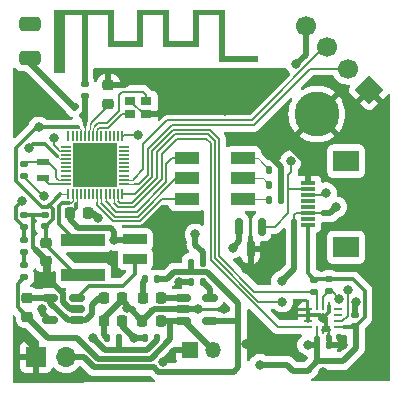
<source format=gbr>
G04 #@! TF.GenerationSoftware,KiCad,Pcbnew,7.0.2-6a45011f42~172~ubuntu22.04.1*
G04 #@! TF.CreationDate,2023-08-24T18:49:15+02:00*
G04 #@! TF.ProjectId,CH582,43483538-322e-46b6-9963-61645f706362,rev?*
G04 #@! TF.SameCoordinates,Original*
G04 #@! TF.FileFunction,Copper,L1,Top*
G04 #@! TF.FilePolarity,Positive*
%FSLAX46Y46*%
G04 Gerber Fmt 4.6, Leading zero omitted, Abs format (unit mm)*
G04 Created by KiCad (PCBNEW 7.0.2-6a45011f42~172~ubuntu22.04.1) date 2023-08-24 18:49:15*
%MOMM*%
%LPD*%
G01*
G04 APERTURE LIST*
G04 Aperture macros list*
%AMRoundRect*
0 Rectangle with rounded corners*
0 $1 Rounding radius*
0 $2 $3 $4 $5 $6 $7 $8 $9 X,Y pos of 4 corners*
0 Add a 4 corners polygon primitive as box body*
4,1,4,$2,$3,$4,$5,$6,$7,$8,$9,$2,$3,0*
0 Add four circle primitives for the rounded corners*
1,1,$1+$1,$2,$3*
1,1,$1+$1,$4,$5*
1,1,$1+$1,$6,$7*
1,1,$1+$1,$8,$9*
0 Add four rect primitives between the rounded corners*
20,1,$1+$1,$2,$3,$4,$5,0*
20,1,$1+$1,$4,$5,$6,$7,0*
20,1,$1+$1,$6,$7,$8,$9,0*
20,1,$1+$1,$8,$9,$2,$3,0*%
%AMHorizOval*
0 Thick line with rounded ends*
0 $1 width*
0 $2 $3 position (X,Y) of the first rounded end (center of the circle)*
0 $4 $5 position (X,Y) of the second rounded end (center of the circle)*
0 Add line between two ends*
20,1,$1,$2,$3,$4,$5,0*
0 Add two circle primitives to create the rounded ends*
1,1,$1,$2,$3*
1,1,$1,$4,$5*%
%AMRotRect*
0 Rectangle, with rotation*
0 The origin of the aperture is its center*
0 $1 length*
0 $2 width*
0 $3 Rotation angle, in degrees counterclockwise*
0 Add horizontal line*
21,1,$1,$2,0,0,$3*%
G04 Aperture macros list end*
G04 #@! TA.AperFunction,NonConductor*
%ADD10C,0.200000*%
G04 #@! TD*
G04 #@! TA.AperFunction,NonConductor*
%ADD11C,0.000000*%
G04 #@! TD*
G04 #@! TA.AperFunction,SMDPad,CuDef*
%ADD12R,0.900000X0.800000*%
G04 #@! TD*
G04 #@! TA.AperFunction,SMDPad,CuDef*
%ADD13R,1.100000X0.600000*%
G04 #@! TD*
G04 #@! TA.AperFunction,SMDPad,CuDef*
%ADD14R,3.700000X1.100000*%
G04 #@! TD*
G04 #@! TA.AperFunction,SMDPad,CuDef*
%ADD15R,2.000000X0.850000*%
G04 #@! TD*
G04 #@! TA.AperFunction,ConnectorPad*
%ADD16C,3.800000*%
G04 #@! TD*
G04 #@! TA.AperFunction,ComponentPad*
%ADD17C,2.600000*%
G04 #@! TD*
G04 #@! TA.AperFunction,SMDPad,CuDef*
%ADD18R,0.675000X0.250000*%
G04 #@! TD*
G04 #@! TA.AperFunction,SMDPad,CuDef*
%ADD19R,0.250000X0.675000*%
G04 #@! TD*
G04 #@! TA.AperFunction,SMDPad,CuDef*
%ADD20R,2.200000X1.800000*%
G04 #@! TD*
G04 #@! TA.AperFunction,SMDPad,CuDef*
%ADD21R,1.300000X0.300000*%
G04 #@! TD*
G04 #@! TA.AperFunction,ConnectorPad*
%ADD22R,0.500000X0.500000*%
G04 #@! TD*
G04 #@! TA.AperFunction,ComponentPad*
%ADD23R,0.900000X0.500000*%
G04 #@! TD*
G04 #@! TA.AperFunction,SMDPad,CuDef*
%ADD24RoundRect,0.135000X0.135000X0.185000X-0.135000X0.185000X-0.135000X-0.185000X0.135000X-0.185000X0*%
G04 #@! TD*
G04 #@! TA.AperFunction,SMDPad,CuDef*
%ADD25RoundRect,0.150000X-0.150000X0.587500X-0.150000X-0.587500X0.150000X-0.587500X0.150000X0.587500X0*%
G04 #@! TD*
G04 #@! TA.AperFunction,ComponentPad*
%ADD26R,1.700000X1.700000*%
G04 #@! TD*
G04 #@! TA.AperFunction,ComponentPad*
%ADD27O,1.700000X1.700000*%
G04 #@! TD*
G04 #@! TA.AperFunction,SMDPad,CuDef*
%ADD28RoundRect,0.140000X-0.170000X0.140000X-0.170000X-0.140000X0.170000X-0.140000X0.170000X0.140000X0*%
G04 #@! TD*
G04 #@! TA.AperFunction,SMDPad,CuDef*
%ADD29RoundRect,0.225000X0.250000X-0.225000X0.250000X0.225000X-0.250000X0.225000X-0.250000X-0.225000X0*%
G04 #@! TD*
G04 #@! TA.AperFunction,SMDPad,CuDef*
%ADD30RoundRect,0.135000X-0.135000X-0.185000X0.135000X-0.185000X0.135000X0.185000X-0.135000X0.185000X0*%
G04 #@! TD*
G04 #@! TA.AperFunction,SMDPad,CuDef*
%ADD31RoundRect,0.225000X0.225000X0.250000X-0.225000X0.250000X-0.225000X-0.250000X0.225000X-0.250000X0*%
G04 #@! TD*
G04 #@! TA.AperFunction,SMDPad,CuDef*
%ADD32RoundRect,0.250000X0.650000X-0.350000X0.650000X0.350000X-0.650000X0.350000X-0.650000X-0.350000X0*%
G04 #@! TD*
G04 #@! TA.AperFunction,SMDPad,CuDef*
%ADD33RoundRect,0.140000X0.140000X0.170000X-0.140000X0.170000X-0.140000X-0.170000X0.140000X-0.170000X0*%
G04 #@! TD*
G04 #@! TA.AperFunction,ComponentPad*
%ADD34C,0.500000*%
G04 #@! TD*
G04 #@! TA.AperFunction,SMDPad,CuDef*
%ADD35R,3.700000X3.700000*%
G04 #@! TD*
G04 #@! TA.AperFunction,SMDPad,CuDef*
%ADD36RoundRect,0.050000X0.350000X-0.050000X0.350000X0.050000X-0.350000X0.050000X-0.350000X-0.050000X0*%
G04 #@! TD*
G04 #@! TA.AperFunction,SMDPad,CuDef*
%ADD37RoundRect,0.050000X0.050000X-0.350000X0.050000X0.350000X-0.050000X0.350000X-0.050000X-0.350000X0*%
G04 #@! TD*
G04 #@! TA.AperFunction,ComponentPad*
%ADD38R,1.350000X1.350000*%
G04 #@! TD*
G04 #@! TA.AperFunction,ComponentPad*
%ADD39O,1.350000X1.350000*%
G04 #@! TD*
G04 #@! TA.AperFunction,SMDPad,CuDef*
%ADD40R,2.000000X1.100000*%
G04 #@! TD*
G04 #@! TA.AperFunction,SMDPad,CuDef*
%ADD41RoundRect,0.218750X0.218750X0.256250X-0.218750X0.256250X-0.218750X-0.256250X0.218750X-0.256250X0*%
G04 #@! TD*
G04 #@! TA.AperFunction,SMDPad,CuDef*
%ADD42RoundRect,0.135000X0.226274X0.035355X0.035355X0.226274X-0.226274X-0.035355X-0.035355X-0.226274X0*%
G04 #@! TD*
G04 #@! TA.AperFunction,SMDPad,CuDef*
%ADD43RoundRect,0.150000X-0.512500X-0.150000X0.512500X-0.150000X0.512500X0.150000X-0.512500X0.150000X0*%
G04 #@! TD*
G04 #@! TA.AperFunction,SMDPad,CuDef*
%ADD44RoundRect,0.135000X0.185000X-0.135000X0.185000X0.135000X-0.185000X0.135000X-0.185000X-0.135000X0*%
G04 #@! TD*
G04 #@! TA.AperFunction,ComponentPad*
%ADD45RotRect,1.700000X1.700000X225.000000*%
G04 #@! TD*
G04 #@! TA.AperFunction,ComponentPad*
%ADD46HorizOval,1.700000X0.000000X0.000000X0.000000X0.000000X0*%
G04 #@! TD*
G04 #@! TA.AperFunction,SMDPad,CuDef*
%ADD47RoundRect,0.225000X-0.225000X-0.250000X0.225000X-0.250000X0.225000X0.250000X-0.225000X0.250000X0*%
G04 #@! TD*
G04 #@! TA.AperFunction,SMDPad,CuDef*
%ADD48RoundRect,0.218750X-0.256250X0.218750X-0.256250X-0.218750X0.256250X-0.218750X0.256250X0.218750X0*%
G04 #@! TD*
G04 #@! TA.AperFunction,SMDPad,CuDef*
%ADD49RoundRect,0.225000X-0.250000X0.225000X-0.250000X-0.225000X0.250000X-0.225000X0.250000X0.225000X0*%
G04 #@! TD*
G04 #@! TA.AperFunction,SMDPad,CuDef*
%ADD50RoundRect,0.150000X0.512500X0.150000X-0.512500X0.150000X-0.512500X-0.150000X0.512500X-0.150000X0*%
G04 #@! TD*
G04 #@! TA.AperFunction,SMDPad,CuDef*
%ADD51RoundRect,0.135000X-0.185000X0.135000X-0.185000X-0.135000X0.185000X-0.135000X0.185000X0.135000X0*%
G04 #@! TD*
G04 #@! TA.AperFunction,ViaPad*
%ADD52C,0.800000*%
G04 #@! TD*
G04 #@! TA.AperFunction,Conductor*
%ADD53C,0.170000*%
G04 #@! TD*
G04 #@! TA.AperFunction,Conductor*
%ADD54C,0.100000*%
G04 #@! TD*
G04 #@! TA.AperFunction,Conductor*
%ADD55C,0.320000*%
G04 #@! TD*
G04 #@! TA.AperFunction,Conductor*
%ADD56C,0.500000*%
G04 #@! TD*
%ADD57C,0.350000*%
%ADD58C,0.300000*%
%ADD59C,0.200000*%
G04 APERTURE END LIST*
D10*
X24938500Y-23135500D02*
X26289000Y-24384000D01*
G04 #@! TA.AperFunction,NonConductor*
G36*
X35814000Y-19354800D02*
G01*
X32461200Y-19354800D01*
X32461200Y-19837400D01*
X35814000Y-19837400D01*
X35814000Y-19354800D01*
G37*
G04 #@! TD.AperFunction*
D11*
G04 #@! TA.AperFunction,NonConductor*
G36*
X21180000Y-25470000D02*
G01*
X21090000Y-25470000D01*
X20880000Y-24730000D01*
X21370000Y-24730000D01*
X21180000Y-25470000D01*
G37*
G04 #@! TD.AperFunction*
G04 #@! TA.AperFunction,EtchedComponent*
G04 #@! TO.C,AE1*
G36*
X23550000Y-18040000D02*
G01*
X25550000Y-18040000D01*
X25550000Y-15400000D01*
X28250000Y-15400000D01*
X28250000Y-18040000D01*
X30250000Y-18040000D01*
X30250000Y-15400000D01*
X32950000Y-15400000D01*
X32950000Y-19840000D01*
X32450000Y-19840000D01*
X32450000Y-15900000D01*
X30750000Y-15900000D01*
X30750000Y-18540000D01*
X27750000Y-18540000D01*
X27750000Y-15900000D01*
X26050000Y-15900000D01*
X26050000Y-18540000D01*
X23050000Y-18540000D01*
X23050000Y-15900000D01*
X21350000Y-15900000D01*
X21350000Y-20800000D01*
X20850000Y-20800000D01*
X20850000Y-15900000D01*
X19450000Y-15900000D01*
X19450000Y-20800000D01*
X18550000Y-20800000D01*
X18550000Y-20556785D01*
X18852417Y-20556785D01*
X18862258Y-20604395D01*
X18886326Y-20646797D01*
X18924269Y-20679581D01*
X18932181Y-20683935D01*
X18974844Y-20696043D01*
X19023363Y-20695300D01*
X19068878Y-20682400D01*
X19087489Y-20671787D01*
X19121132Y-20636553D01*
X19141691Y-20591368D01*
X19148222Y-20541842D01*
X19139782Y-20493583D01*
X19122888Y-20461357D01*
X19087628Y-20428687D01*
X19042318Y-20408592D01*
X18992733Y-20402018D01*
X18944647Y-20409908D01*
X18911755Y-20426814D01*
X18876815Y-20463584D01*
X18857153Y-20508378D01*
X18852417Y-20556785D01*
X18550000Y-20556785D01*
X18550000Y-15400000D01*
X23550000Y-15400000D01*
X23550000Y-18040000D01*
G37*
G04 #@! TD.AperFunction*
G04 #@! TD*
D12*
G04 #@! TO.P,Y1,4,4*
G04 #@! TO.N,GND*
X26337000Y-24257000D03*
G04 #@! TO.P,Y1,3,3*
G04 #@! TO.N,X32MO*
X24937000Y-24257000D03*
G04 #@! TO.P,Y1,2,2*
G04 #@! TO.N,GND*
X24937000Y-23157000D03*
G04 #@! TO.P,Y1,1,1*
G04 #@! TO.N,X32MI*
X26337000Y-23157000D03*
G04 #@! TD*
D13*
G04 #@! TO.P,Y2,1,1*
G04 #@! TO.N,X32KI*
X17600000Y-29700000D03*
G04 #@! TO.P,Y2,2,2*
G04 #@! TO.N,X32KO*
X17600000Y-28300000D03*
G04 #@! TD*
D14*
G04 #@! TO.P,L1,1*
G04 #@! TO.N,VSW*
X21000000Y-34900000D03*
G04 #@! TO.P,L1,2*
G04 #@! TO.N,VDCIA*
X21000000Y-37900000D03*
G04 #@! TD*
D15*
G04 #@! TO.P,L2,2*
G04 #@! TO.N,+3V3*
X25400000Y-34862000D03*
G04 #@! TO.P,L2,1*
G04 #@! TO.N,Net-(U4-SW)*
X25400000Y-36512000D03*
G04 #@! TD*
D16*
G04 #@! TO.P,GND1,1,1*
G04 #@! TO.N,GND*
X40767000Y-24257000D03*
D17*
X40767000Y-24257000D03*
G04 #@! TD*
D18*
G04 #@! TO.P,U1,1,SDO/SA0*
G04 #@! TO.N,GND*
X39999200Y-40787800D03*
G04 #@! TO.P,U1,2,SDx/AH1/Qvar1*
X39999200Y-41287800D03*
G04 #@! TO.P,U1,3,SCx/AH2/Qvar2*
X39999200Y-41787800D03*
G04 #@! TO.P,U1,4,INT1*
G04 #@! TO.N,INT1*
X39999200Y-42287800D03*
D19*
G04 #@! TO.P,U1,5,Vdd_IO*
G04 #@! TO.N,+3V3*
X40761700Y-42550300D03*
G04 #@! TO.P,U1,6,GND*
G04 #@! TO.N,GND*
X41261700Y-42550300D03*
G04 #@! TO.P,U1,7,GND*
X41761700Y-42550300D03*
D18*
G04 #@! TO.P,U1,8,Vdd*
G04 #@! TO.N,+3V3*
X42524200Y-42287800D03*
G04 #@! TO.P,U1,9,INT2*
G04 #@! TO.N,ICM_CLK*
X42524200Y-41787800D03*
G04 #@! TO.P,U1,10,OCS_Aux*
G04 #@! TO.N,unconnected-(U1-OCS_Aux-Pad10)*
X42524200Y-41287800D03*
G04 #@! TO.P,U1,11,SDO_Aux*
G04 #@! TO.N,unconnected-(U1-SDO_Aux-Pad11)*
X42524200Y-40787800D03*
D19*
G04 #@! TO.P,U1,12,CS*
G04 #@! TO.N,GND*
X41761700Y-40525300D03*
G04 #@! TO.P,U1,13,SCL*
G04 #@! TO.N,SCL*
X41261700Y-40525300D03*
G04 #@! TO.P,U1,14,SDA*
G04 #@! TO.N,SDA*
X40761700Y-40525300D03*
G04 #@! TD*
D20*
G04 #@! TO.P,J4,MP*
G04 #@! TO.N,N/C*
X43250000Y-28227000D03*
X43250000Y-35527000D03*
D21*
G04 #@! TO.P,J4,8,Pin_8*
G04 #@! TO.N,GND*
X40000000Y-30127000D03*
G04 #@! TO.P,J4,7,Pin_7*
G04 #@! TO.N,G_RST*
X40000000Y-30627000D03*
G04 #@! TO.P,J4,6,Pin_6*
G04 #@! TO.N,DCA1*
X40000000Y-31127000D03*
G04 #@! TO.P,J4,5,Pin_5*
G04 #@! TO.N,INT2{slash}DCA2*
X40000000Y-31627000D03*
G04 #@! TO.P,J4,4,Pin_4*
G04 #@! TO.N,SCL2*
X40000000Y-32127000D03*
G04 #@! TO.P,J4,3,Pin_3*
G04 #@! TO.N,/B+*
X40000000Y-32627000D03*
G04 #@! TO.P,J4,2,Pin_2*
G04 #@! TO.N,SDA2*
X40000000Y-33127000D03*
G04 #@! TO.P,J4,1,Pin_1*
G04 #@! TO.N,+3V3*
X40000000Y-33627000D03*
G04 #@! TD*
D22*
G04 #@! TO.P,AE1,1,A*
G04 #@! TO.N,Net-(AE1-A)*
X21100000Y-20550000D03*
D23*
G04 #@! TO.P,AE1,2,Shield*
G04 #@! TO.N,GND*
X19000000Y-20550000D03*
G04 #@! TD*
D24*
G04 #@! TO.P,R1,2*
G04 #@! TO.N,+5V*
X30097000Y-36830000D03*
G04 #@! TO.P,R1,1*
G04 #@! TO.N,Net-(Q1-B)*
X31117000Y-36830000D03*
G04 #@! TD*
D25*
G04 #@! TO.P,Q1,1,C*
G04 #@! TO.N,G_RST*
X36100000Y-33800000D03*
G04 #@! TO.P,Q1,2,B*
G04 #@! TO.N,Net-(Q1-B)*
X34200000Y-33800000D03*
G04 #@! TO.P,Q1,3,E*
G04 #@! TO.N,GND*
X35150000Y-35675000D03*
G04 #@! TD*
D26*
G04 #@! TO.P,J5,1,Pin_1*
G04 #@! TO.N,GND*
X17000000Y-44800000D03*
D27*
G04 #@! TO.P,J5,2,Pin_2*
G04 #@! TO.N,+5V*
X19540000Y-44800000D03*
G04 #@! TD*
D28*
G04 #@! TO.P,C3,1*
G04 #@! TO.N,GND*
X44000000Y-41239100D03*
G04 #@! TO.P,C3,2*
G04 #@! TO.N,+3V3*
X44000000Y-42199100D03*
G04 #@! TD*
D24*
G04 #@! TO.P,R13,1*
G04 #@! TO.N,GND*
X37721000Y-31500000D03*
G04 #@! TO.P,R13,2*
G04 #@! TO.N,Net-(D3-RK)*
X36701000Y-31500000D03*
G04 #@! TD*
D29*
G04 #@! TO.P,C8,1*
G04 #@! TO.N,GND*
X17849200Y-36716000D03*
G04 #@! TO.P,C8,2*
G04 #@! TO.N,VDCIA*
X17849200Y-35166000D03*
G04 #@! TD*
D30*
G04 #@! TO.P,R2,1*
G04 #@! TO.N,Net-(D1-A)*
X26240000Y-38250000D03*
G04 #@! TO.P,R2,2*
G04 #@! TO.N,+5V*
X27260000Y-38250000D03*
G04 #@! TD*
D31*
G04 #@! TO.P,C7,1*
G04 #@! TO.N,GND*
X21375000Y-32639000D03*
G04 #@! TO.P,C7,2*
G04 #@! TO.N,+3V3*
X19825000Y-32639000D03*
G04 #@! TD*
D24*
G04 #@! TO.P,R6,1*
G04 #@! TO.N,GND*
X37721000Y-28956000D03*
G04 #@! TO.P,R6,2*
G04 #@! TO.N,Net-(D3-BK)*
X36701000Y-28956000D03*
G04 #@! TD*
D32*
G04 #@! TO.P,AE2,2*
G04 #@! TO.N,N/C*
X16500000Y-16637800D03*
G04 #@! TO.P,AE2,1,Pin_1*
G04 #@! TO.N,/PANT*
X16500000Y-19537800D03*
G04 #@! TD*
D33*
G04 #@! TO.P,C4,1*
G04 #@! TO.N,GND*
X41764500Y-43776500D03*
G04 #@! TO.P,C4,2*
G04 #@! TO.N,+3V3*
X40804500Y-43776500D03*
G04 #@! TD*
D34*
G04 #@! TO.P,U3,49*
G04 #@! TO.N,N/C*
X23605482Y-26987800D03*
X22538815Y-26987800D03*
X21472149Y-26987800D03*
X20405482Y-26987800D03*
X23605482Y-28054467D03*
X22538815Y-28054467D03*
X21472149Y-28054467D03*
X20405482Y-28054467D03*
D35*
X22005482Y-28587800D03*
D34*
X23605482Y-29121133D03*
X22538815Y-29121133D03*
X21472149Y-29121133D03*
X20405482Y-29121133D03*
X23605482Y-30187800D03*
X22538815Y-30187800D03*
X21472149Y-30187800D03*
X20405482Y-30187800D03*
D36*
G04 #@! TO.P,U3,48,X32KI/TMR1*
G04 #@! TO.N,X32KI*
X19555482Y-30162800D03*
G04 #@! TO.P,U3,47,X32KO/TMR2*
G04 #@! TO.N,X32KO*
X19555482Y-29812800D03*
G04 #@! TO.P,U3,46,PA12/SCS*
G04 #@! TO.N,unconnected-(U3-PA12{slash}SCS-Pad46)*
X19555482Y-29462800D03*
G04 #@! TO.P,U3,45,PA13/SCKO*
G04 #@! TO.N,unconnected-(U3-PA13{slash}SCKO-Pad45)*
X19555482Y-29112800D03*
G04 #@! TO.P,U3,44,PA14/MOSI/TXD0_*
G04 #@! TO.N,unconnected-(U3-PA14{slash}MOSI{slash}TXD0_-Pad44)*
X19555482Y-28762800D03*
G04 #@! TO.P,U3,43,PA15/MISO/RXD0_*
G04 #@! TO.N,unconnected-(U3-PA15{slash}MISO{slash}RXD0_-Pad43)*
X19555482Y-28412800D03*
G04 #@! TO.P,U3,42,PA3*
G04 #@! TO.N,ADC*
X19555482Y-28062800D03*
G04 #@! TO.P,U3,41,PA2/TMR3_*
G04 #@! TO.N,unconnected-(U3-PA2{slash}TMR3_-Pad41)*
X19555482Y-27712800D03*
G04 #@! TO.P,U3,40,PA1*
G04 #@! TO.N,DCA1*
X19555482Y-27362800D03*
G04 #@! TO.P,U3,39,PA0*
G04 #@! TO.N,unconnected-(U3-PA0-Pad39)*
X19555482Y-27012800D03*
D37*
G04 #@! TO.P,U3,38,RXD2*
G04 #@! TO.N,unconnected-(U3-RXD2-Pad38)*
X19730482Y-26137800D03*
G04 #@! TO.P,U3,37,TXD3*
G04 #@! TO.N,unconnected-(U3-TXD3-Pad37)*
X20080482Y-26137800D03*
G04 #@! TO.P,U3,36,RXD3*
G04 #@! TO.N,unconnected-(U3-RXD3-Pad36)*
X20430482Y-26137800D03*
G04 #@! TO.P,U3,35,VDCIA*
G04 #@! TO.N,VDCIA*
X20780482Y-26137800D03*
G04 #@! TO.P,U3,34,ANT*
G04 #@! TO.N,ANT*
X21130482Y-26137800D03*
G04 #@! TO.P,U3,33,VINTA*
G04 #@! TO.N,Net-(U3-VINTA)*
X21480482Y-26137800D03*
G04 #@! TO.P,U3,32,X32MI*
G04 #@! TO.N,X32MI*
X21830482Y-26137800D03*
G04 #@! TO.P,U3,31,X32MO*
G04 #@! TO.N,X32MO*
X22180482Y-26137800D03*
G04 #@! TO.P,U3,30,PB18*
G04 #@! TO.N,unconnected-(U3-PB18-Pad30)*
X22530482Y-26137800D03*
G04 #@! TO.P,U3,29,PB19*
G04 #@! TO.N,unconnected-(U3-PB19-Pad29)*
X22880482Y-26137800D03*
G04 #@! TO.P,U3,28,SDA_/RXD3*
G04 #@! TO.N,unconnected-(U3-SDA_{slash}RXD3-Pad28)*
X23230482Y-26137800D03*
G04 #@! TO.P,U3,27,SCL_/TXD3*
G04 #@! TO.N,unconnected-(U3-SCL_{slash}TXD3-Pad27)*
X23580482Y-26137800D03*
G04 #@! TO.P,U3,26,TMR3/RXD2*
G04 #@! TO.N,unconnected-(U3-TMR3{slash}RXD2-Pad26)*
X23930482Y-26137800D03*
G04 #@! TO.P,U3,25,RST/TMRO_/TXD2*
G04 #@! TO.N,G_RST*
X24280482Y-26137800D03*
D36*
G04 #@! TO.P,U3,24,CTS/PB0*
G04 #@! TO.N,unconnected-(U3-CTS{slash}PB0-Pad24)*
X24455482Y-27012800D03*
G04 #@! TO.P,U3,23,DSR*
G04 #@! TO.N,unconnected-(U3-DSR-Pad23)*
X24455482Y-27362800D03*
G04 #@! TO.P,U3,22,RI*
G04 #@! TO.N,unconnected-(U3-RI-Pad22)*
X24455482Y-27712800D03*
G04 #@! TO.P,U3,21,DCD*
G04 #@! TO.N,unconnected-(U3-DCD-Pad21)*
X24455482Y-28062800D03*
G04 #@! TO.P,U3,20,RXD0*
G04 #@! TO.N,unconnected-(U3-RXD0-Pad20)*
X24455482Y-28412800D03*
G04 #@! TO.P,U3,19,DTR*
G04 #@! TO.N,unconnected-(U3-DTR-Pad19)*
X24455482Y-28762800D03*
G04 #@! TO.P,U3,18,RTS*
G04 #@! TO.N,unconnected-(U3-RTS-Pad18)*
X24455482Y-29112800D03*
G04 #@! TO.P,U3,17,TXD0*
G04 #@! TO.N,unconnected-(U3-TXD0-Pad17)*
X24455482Y-29462800D03*
G04 #@! TO.P,U3,16,UD-/TMR1*
G04 #@! TO.N,USB_D-*
X24455482Y-29812800D03*
G04 #@! TO.P,U3,15,UD+/TMR2*
G04 #@! TO.N,USB_D+*
X24455482Y-30162800D03*
D37*
G04 #@! TO.P,U3,14,U2D-/SDA/RXD1*
G04 #@! TO.N,SDA*
X24280482Y-31037800D03*
G04 #@! TO.P,U3,13,U2D+/SCL/TXD1*
G04 #@! TO.N,SCL*
X23930482Y-31037800D03*
G04 #@! TO.P,U3,12,MOSI_*
G04 #@! TO.N,INT1*
X23580482Y-31037800D03*
G04 #@! TO.P,U3,11,MISO_/DTR*
G04 #@! TO.N,unconnected-(U3-MISO_{slash}DTR-Pad11)*
X23230482Y-31037800D03*
G04 #@! TO.P,U3,10,PB16*
G04 #@! TO.N,Net-(D3-BA)*
X22880482Y-31037800D03*
G04 #@! TO.P,U3,9,PB17*
G04 #@! TO.N,Net-(D3-GA)*
X22530482Y-31037800D03*
G04 #@! TO.P,U3,8,PB8*
G04 #@! TO.N,Net-(D3-RA)*
X22180482Y-31037800D03*
G04 #@! TO.P,U3,7,PB9*
G04 #@! TO.N,unconnected-(U3-PB9-Pad7)*
X21830482Y-31037800D03*
G04 #@! TO.P,U3,6,TMR0/TXD1*
G04 #@! TO.N,unconnected-(U3-TMR0{slash}TXD1-Pad6)*
X21480482Y-31037800D03*
G04 #@! TO.P,U3,5,RXD1*
G04 #@! TO.N,unconnected-(U3-RXD1-Pad5)*
X21130482Y-31037800D03*
G04 #@! TO.P,U3,4,PA7/TXD2*
G04 #@! TO.N,unconnected-(U3-PA7{slash}TXD2-Pad4)*
X20780482Y-31037800D03*
G04 #@! TO.P,U3,3,VIO33/VDD33*
G04 #@! TO.N,+3V3*
X20430482Y-31037800D03*
G04 #@! TO.P,U3,2,VSW*
G04 #@! TO.N,VSW*
X20080482Y-31037800D03*
G04 #@! TO.P,U3,1,VDCID*
G04 #@! TO.N,VDCIA*
X19730482Y-31037800D03*
G04 #@! TD*
D38*
G04 #@! TO.P,J1,1,Pin_1*
G04 #@! TO.N,GND*
X30000000Y-44200000D03*
D39*
G04 #@! TO.P,J1,2,Pin_2*
G04 #@! TO.N,/B+*
X32000000Y-44200000D03*
G04 #@! TD*
D40*
G04 #@! TO.P,D3,1,RK*
G04 #@! TO.N,Net-(D3-RK)*
X34531000Y-31400000D03*
G04 #@! TO.P,D3,2,GK*
G04 #@! TO.N,Net-(D3-GK)*
X34531000Y-29700000D03*
G04 #@! TO.P,D3,3,BK*
G04 #@! TO.N,Net-(D3-BK)*
X34531000Y-28000000D03*
G04 #@! TO.P,D3,4,BA*
G04 #@! TO.N,Net-(D3-BA)*
X29731000Y-28000000D03*
G04 #@! TO.P,D3,5,GA*
G04 #@! TO.N,Net-(D3-GA)*
X29731000Y-29700000D03*
G04 #@! TO.P,D3,6,RA*
G04 #@! TO.N,Net-(D3-RA)*
X29731000Y-31400000D03*
G04 #@! TD*
D41*
G04 #@! TO.P,D1,1,K*
G04 #@! TO.N,Net-(D1-K)*
X27587500Y-39800000D03*
G04 #@! TO.P,D1,2,A*
G04 #@! TO.N,Net-(D1-A)*
X26012500Y-39800000D03*
G04 #@! TD*
D24*
G04 #@! TO.P,R8,1*
G04 #@! TO.N,GND*
X37721000Y-30226000D03*
G04 #@! TO.P,R8,2*
G04 #@! TO.N,Net-(D3-GK)*
X36701000Y-30226000D03*
G04 #@! TD*
D28*
G04 #@! TO.P,C2,1*
G04 #@! TO.N,GND*
X17780000Y-32794000D03*
G04 #@! TO.P,C2,2*
G04 #@! TO.N,VDCIA*
X17780000Y-33754000D03*
G04 #@! TD*
D30*
G04 #@! TO.P,R4,1*
G04 #@! TO.N,GND*
X30097000Y-38481000D03*
G04 #@! TO.P,R4,2*
G04 #@! TO.N,Net-(U2-PROG)*
X31117000Y-38481000D03*
G04 #@! TD*
D42*
G04 #@! TO.P,R10,1*
G04 #@! TO.N,ANT*
X20971248Y-24360624D03*
G04 #@! TO.P,R10,2*
G04 #@! TO.N,/PANT*
X20250000Y-23639376D03*
G04 #@! TD*
D43*
G04 #@! TO.P,U2,1,~{CHRG}*
G04 #@! TO.N,Net-(D1-K)*
X29424200Y-39837800D03*
G04 #@! TO.P,U2,2,GND*
G04 #@! TO.N,GND*
X29424200Y-40787800D03*
G04 #@! TO.P,U2,3,BAT*
G04 #@! TO.N,/B+*
X29424200Y-41737800D03*
G04 #@! TO.P,U2,4,VCC*
G04 #@! TO.N,+5V*
X31699200Y-41737800D03*
G04 #@! TO.P,U2,5,PROG*
G04 #@! TO.N,Net-(U2-PROG)*
X31699200Y-39837800D03*
G04 #@! TD*
D24*
G04 #@! TO.P,R12,1*
G04 #@! TO.N,Net-(U4-FB)*
X27260000Y-43250000D03*
G04 #@! TO.P,R12,2*
G04 #@! TO.N,+3V3*
X26240000Y-43250000D03*
G04 #@! TD*
D44*
G04 #@! TO.P,R16,1*
G04 #@! TO.N,ADC*
X16002000Y-33827800D03*
G04 #@! TO.P,R16,2*
G04 #@! TO.N,GND*
X16002000Y-32807800D03*
G04 #@! TD*
D45*
G04 #@! TO.P,J3,1,Pin_1*
G04 #@! TO.N,GND*
X45200000Y-22200000D03*
D46*
G04 #@! TO.P,J3,2,Pin_2*
G04 #@! TO.N,USB_D+*
X43403949Y-20403949D03*
G04 #@! TO.P,J3,3,Pin_3*
G04 #@! TO.N,USB_D-*
X41607898Y-18607898D03*
G04 #@! TO.P,J3,4,Pin_4*
G04 #@! TO.N,/B+*
X39811846Y-16811846D03*
G04 #@! TD*
D47*
G04 #@! TO.P,C9,1*
G04 #@! TO.N,GND*
X22725000Y-41750000D03*
G04 #@! TO.P,C9,2*
G04 #@! TO.N,+3V3*
X24275000Y-41750000D03*
G04 #@! TD*
D31*
G04 #@! TO.P,C6,1*
G04 #@! TO.N,GND*
X24275000Y-39800000D03*
G04 #@! TO.P,C6,2*
G04 #@! TO.N,Net-(D2-K)*
X22725000Y-39800000D03*
G04 #@! TD*
D48*
G04 #@! TO.P,D2,1,K*
G04 #@! TO.N,Net-(D2-K)*
X16256000Y-39852500D03*
G04 #@! TO.P,D2,2,A*
G04 #@! TO.N,/B+*
X16256000Y-41427500D03*
G04 #@! TD*
D49*
G04 #@! TO.P,C1,1*
G04 #@! TO.N,GND*
X23114000Y-21831000D03*
G04 #@! TO.P,C1,2*
G04 #@! TO.N,Net-(U3-VINTA)*
X23114000Y-23381000D03*
G04 #@! TD*
D50*
G04 #@! TO.P,U4,1,RUN*
G04 #@! TO.N,Net-(D2-K)*
X20441500Y-41717000D03*
G04 #@! TO.P,U4,2,GND*
G04 #@! TO.N,GND*
X20441500Y-40767000D03*
G04 #@! TO.P,U4,3,SW*
G04 #@! TO.N,Net-(U4-SW)*
X20441500Y-39817000D03*
G04 #@! TO.P,U4,4,VIN*
G04 #@! TO.N,Net-(D2-K)*
X18166500Y-39817000D03*
G04 #@! TO.P,U4,5,FB*
G04 #@! TO.N,Net-(U4-FB)*
X18166500Y-41717000D03*
G04 #@! TD*
D51*
G04 #@! TO.P,R5,1*
G04 #@! TO.N,+3V3*
X41767900Y-38251300D03*
G04 #@! TO.P,R5,2*
G04 #@! TO.N,SCL*
X41767900Y-39271300D03*
G04 #@! TD*
D47*
G04 #@! TO.P,C5,1*
G04 #@! TO.N,GND*
X26002100Y-41753000D03*
G04 #@! TO.P,C5,2*
G04 #@! TO.N,/B+*
X27552100Y-41753000D03*
G04 #@! TD*
D44*
G04 #@! TO.P,R14,1*
G04 #@! TO.N,/B+*
X16002000Y-38027800D03*
G04 #@! TO.P,R14,2*
G04 #@! TO.N,Net-(R14-Pad2)*
X16002000Y-37007800D03*
G04 #@! TD*
G04 #@! TO.P,R15,1*
G04 #@! TO.N,Net-(R14-Pad2)*
X16002000Y-35937800D03*
G04 #@! TO.P,R15,2*
G04 #@! TO.N,ADC*
X16002000Y-34917800D03*
G04 #@! TD*
G04 #@! TO.P,R9,1*
G04 #@! TO.N,ICM_CLK*
X16000000Y-29510000D03*
G04 #@! TO.P,R9,2*
G04 #@! TO.N,X32KO*
X16000000Y-28490000D03*
G04 #@! TD*
D51*
G04 #@! TO.P,R3,1*
G04 #@! TO.N,+3V3*
X40525100Y-38261300D03*
G04 #@! TO.P,R3,2*
G04 #@! TO.N,SDA*
X40525100Y-39281300D03*
G04 #@! TD*
D30*
G04 #@! TO.P,R11,1*
G04 #@! TO.N,GND*
X22990000Y-43250000D03*
G04 #@! TO.P,R11,2*
G04 #@! TO.N,Net-(U4-FB)*
X24010000Y-43250000D03*
G04 #@! TD*
D51*
G04 #@! TO.P,R7,1*
G04 #@! TO.N,Net-(AE1-A)*
X21125000Y-21740000D03*
G04 #@! TO.P,R7,2*
G04 #@! TO.N,ANT*
X21125000Y-22760000D03*
G04 #@! TD*
D52*
G04 #@! TO.N,GND*
X27590750Y-36417250D03*
G04 #@! TO.N,VDCIA*
X17222200Y-25377800D03*
G04 #@! TO.N,+3V3*
X40005000Y-43815000D03*
G04 #@! TO.N,GND*
X15494000Y-46355000D03*
X33020000Y-24003000D03*
X46101000Y-32258000D03*
X46101000Y-26670000D03*
X23749000Y-37719000D03*
X20955000Y-36449000D03*
X20955000Y-46355000D03*
X34798000Y-43688000D03*
X39370000Y-44831000D03*
X41275000Y-46101000D03*
X46101000Y-38481000D03*
X46101000Y-42418000D03*
X46101000Y-46101000D03*
X16002000Y-21082000D03*
X34290000Y-21082000D03*
X29718000Y-21082000D03*
X27686000Y-24003000D03*
G04 #@! TO.N,DCA1*
X41550500Y-30929361D03*
G04 #@! TO.N,GND*
X32893000Y-40767000D03*
X29083000Y-38481000D03*
X22225000Y-33050500D03*
X30734000Y-40767000D03*
X24683071Y-40696081D03*
X18034000Y-38100000D03*
G04 #@! TO.N,Net-(Q1-B)*
X30480000Y-34433500D03*
X33655000Y-35560000D03*
G04 #@! TO.N,SCL*
X37846000Y-40132000D03*
X42672000Y-39878000D03*
G04 #@! TO.N,GND*
X25273000Y-21082000D03*
G04 #@! TO.N,Net-(U4-FB)*
X17517709Y-40754353D03*
X21800000Y-43200000D03*
G04 #@! TO.N,+3V3*
X35941000Y-45466000D03*
G04 #@! TO.N,/B+*
X42418000Y-32131000D03*
X37800000Y-38400000D03*
G04 #@! TO.N,GND*
X34800000Y-37400000D03*
G04 #@! TO.N,G_RST*
X25654000Y-25982961D03*
X38578812Y-28223188D03*
G04 #@! TO.N,GND*
X36957000Y-27559000D03*
G04 #@! TO.N,DCA1*
X18496356Y-26289000D03*
G04 #@! TO.N,ADC*
X15800000Y-31600000D03*
X16357798Y-27134299D03*
G04 #@! TO.N,GND*
X27698000Y-45200000D03*
X44049500Y-40200000D03*
X43000000Y-43800000D03*
G04 #@! TO.N,ICM_CLK*
X43434000Y-39116000D03*
G04 #@! TO.N,GND*
X41275000Y-41529000D03*
X15875000Y-43000000D03*
G04 #@! TO.N,+3V3*
X23622000Y-34925000D03*
X25273000Y-43170500D03*
G04 #@! TO.N,/B+*
X39014266Y-20014266D03*
G04 #@! TO.N,ICM_CLK*
X17653000Y-31200000D03*
G04 #@! TD*
D53*
G04 #@! TO.N,USB_D+*
X43403949Y-20403949D02*
X40218315Y-20403949D01*
X28483221Y-25192000D02*
X26441498Y-27233723D01*
X40218315Y-20403949D02*
X35430264Y-25192000D01*
X35430264Y-25192000D02*
X28483221Y-25192000D01*
X26441498Y-27233723D02*
X26441498Y-29372632D01*
X26441498Y-29372632D02*
X25666330Y-30147800D01*
X25666330Y-30147800D02*
X25273000Y-30147800D01*
D54*
G04 #@! TO.N,VSW*
X20080482Y-31037800D02*
X20080482Y-31578036D01*
X20080482Y-31578036D02*
X19930673Y-31727845D01*
X19930673Y-31727845D02*
X19930673Y-31787664D01*
X19930673Y-31787664D02*
X19918337Y-31800000D01*
X19918337Y-31800000D02*
X19820673Y-31800000D01*
D55*
X21000000Y-34900000D02*
X20288893Y-34900000D01*
X20288893Y-34900000D02*
X18970000Y-33581107D01*
X18970000Y-33581107D02*
X18970000Y-32030000D01*
X18970000Y-32030000D02*
X19200000Y-31800000D01*
X19200000Y-31800000D02*
X19820673Y-31800000D01*
G04 #@! TO.N,+3V3*
X19825000Y-32639000D02*
X19939000Y-32639000D01*
X19939000Y-32639000D02*
X20340673Y-32237327D01*
X20340673Y-32237327D02*
X20340673Y-31897673D01*
D56*
G04 #@! TO.N,GND*
X21813500Y-32639000D02*
X21375000Y-32639000D01*
X22225000Y-33050500D02*
X21813500Y-32639000D01*
D53*
G04 #@! TO.N,Net-(D3-RA)*
X29731000Y-31400000D02*
X27685520Y-31400000D01*
X27685520Y-31400000D02*
X25776519Y-33309000D01*
X25776519Y-33309000D02*
X23523442Y-33309000D01*
X23523442Y-33309000D02*
X22577442Y-32363000D01*
X22577442Y-32363000D02*
X22573963Y-32363000D01*
X22573963Y-32363000D02*
X22160482Y-31949519D01*
X22160482Y-31949519D02*
X22160482Y-31667518D01*
D54*
X22180482Y-31037800D02*
X22180482Y-31667518D01*
D53*
G04 #@! TO.N,INT1*
X39999200Y-42287800D02*
X37441281Y-42287800D01*
X37441281Y-42287800D02*
X31761000Y-36607519D01*
X31388740Y-26324000D02*
X28921000Y-26324000D01*
X31761000Y-36607519D02*
X31761000Y-26696260D01*
X28921000Y-26324000D02*
X27652026Y-27592974D01*
X23580482Y-31796260D02*
X23580482Y-31780482D01*
X31761000Y-26696260D02*
X31388740Y-26324000D01*
X23919223Y-32135000D02*
X23580482Y-31796260D01*
X27652026Y-27592974D02*
X27652026Y-29767234D01*
X27652026Y-29767234D02*
X25284259Y-32135000D01*
X25284259Y-32135000D02*
X23919223Y-32135000D01*
G04 #@! TO.N,Net-(D3-GA)*
X29731000Y-29700000D02*
X28862260Y-29700000D01*
X28862260Y-29700000D02*
X25623260Y-32939000D01*
X25623260Y-32939000D02*
X23676702Y-32939000D01*
X23676702Y-32939000D02*
X22730702Y-31993000D01*
X22730702Y-31993000D02*
X22727223Y-31993000D01*
X22727223Y-31993000D02*
X22530482Y-31796259D01*
X22530482Y-31796259D02*
X22530482Y-31750000D01*
D54*
X22530482Y-31037800D02*
X22530482Y-31750000D01*
D53*
G04 #@! TO.N,Net-(D3-BA)*
X22883962Y-31623000D02*
X23765962Y-32505000D01*
X22880482Y-31623000D02*
X22883962Y-31623000D01*
X23765962Y-32505000D02*
X25534000Y-32505000D01*
X25534000Y-32505000D02*
X28022026Y-30016974D01*
X28022026Y-30016974D02*
X28022026Y-28492974D01*
X28022026Y-28492974D02*
X28515000Y-28000000D01*
X28515000Y-28000000D02*
X29731000Y-28000000D01*
D54*
X22880482Y-31037800D02*
X22880482Y-31623000D01*
G04 #@! TO.N,GND*
X24937000Y-23157000D02*
X25045000Y-23157000D01*
X26145000Y-24257000D02*
X26337000Y-24257000D01*
X25045000Y-23157000D02*
X26145000Y-24257000D01*
D53*
G04 #@! TO.N,USB_D-*
X26071498Y-28919502D02*
X25273000Y-29718000D01*
X26071498Y-26760502D02*
X26071498Y-28919502D01*
X28067000Y-24765000D02*
X26071498Y-26760502D01*
X41389371Y-18607898D02*
X35232269Y-24765000D01*
X35232269Y-24765000D02*
X28067000Y-24765000D01*
X41607898Y-18607898D02*
X41389371Y-18607898D01*
D54*
G04 #@! TO.N,USB_D+*
X24455482Y-30162800D02*
X25209200Y-30162800D01*
X25209200Y-30162800D02*
X25273000Y-30099000D01*
D53*
G04 #@! TO.N,SDA*
X40525100Y-39281300D02*
X35481300Y-39281300D01*
X32501000Y-26389740D02*
X31695258Y-25584000D01*
X28614480Y-25584000D02*
X26811498Y-27386982D01*
X35481300Y-39281300D02*
X32501000Y-36301000D01*
X32501000Y-36301000D02*
X32501000Y-26389740D01*
X26811498Y-27386982D02*
X26811498Y-29561242D01*
X26811498Y-29561242D02*
X25334940Y-31037800D01*
X31695258Y-25584000D02*
X28614480Y-25584000D01*
X25334940Y-31037800D02*
X24315482Y-31037800D01*
G04 #@! TO.N,SCL*
X37846000Y-40132000D02*
X35808740Y-40132000D01*
X35808740Y-40132000D02*
X32131000Y-36454260D01*
X32131000Y-36454260D02*
X32131000Y-26543000D01*
X27265000Y-27456740D02*
X27265000Y-29631000D01*
X32131000Y-26543000D02*
X31541999Y-25954000D01*
X31541999Y-25954000D02*
X28767740Y-25954000D01*
X27265000Y-29631000D02*
X25131000Y-31765000D01*
X28767740Y-25954000D02*
X27265000Y-27456740D01*
X24072482Y-31765000D02*
X23930482Y-31623000D01*
X25131000Y-31765000D02*
X24072482Y-31765000D01*
D54*
G04 #@! TO.N,USB_D-*
X24455482Y-29812800D02*
X25178200Y-29812800D01*
X25178200Y-29812800D02*
X25273000Y-29718000D01*
D53*
G04 #@! TO.N,G_RST*
X25654000Y-25982961D02*
X24435321Y-25982961D01*
X24315482Y-26102800D02*
X24315482Y-26137800D01*
X24435321Y-25982961D02*
X24315482Y-26102800D01*
D56*
G04 #@! TO.N,/B+*
X39014266Y-20014266D02*
X39811846Y-19216686D01*
X39811846Y-19216686D02*
X39811846Y-16811846D01*
G04 #@! TO.N,GND*
X36957000Y-27559000D02*
X37465000Y-27051000D01*
X40000000Y-28443000D02*
X40000000Y-30027000D01*
X37465000Y-27051000D02*
X38608000Y-27051000D01*
X38608000Y-27051000D02*
X40000000Y-28443000D01*
D55*
G04 #@! TO.N,+3V3*
X40000000Y-37736200D02*
X40000000Y-33637000D01*
D56*
G04 #@! TO.N,/B+*
X41910000Y-32639000D02*
X41275000Y-32639000D01*
X42418000Y-32131000D02*
X41910000Y-32639000D01*
D53*
G04 #@! TO.N,DCA1*
X41352861Y-31127000D02*
X40000000Y-31127000D01*
X41550500Y-30929361D02*
X41352861Y-31127000D01*
G04 #@! TO.N,/B+*
X40000000Y-32627000D02*
X41263000Y-32627000D01*
X41263000Y-32627000D02*
X41275000Y-32639000D01*
X38862000Y-33274000D02*
X38862000Y-32766000D01*
X38862000Y-32766000D02*
X39001000Y-32627000D01*
X39001000Y-32627000D02*
X40000000Y-32627000D01*
D56*
X38862000Y-33274000D02*
X38862000Y-37338000D01*
X38862000Y-37338000D02*
X37800000Y-38400000D01*
D53*
G04 #@! TO.N,G_RST*
X38327000Y-30607000D02*
X38327000Y-29432624D01*
X38327000Y-29432624D02*
X38578812Y-29180812D01*
X38578812Y-29180812D02*
X38578812Y-28223188D01*
X38347000Y-30627000D02*
X40000000Y-30627000D01*
X38327000Y-32666000D02*
X38327000Y-30607000D01*
X38327000Y-30607000D02*
X38347000Y-30627000D01*
D56*
G04 #@! TO.N,+3V3*
X25337000Y-34925000D02*
X25400000Y-34862000D01*
X23622000Y-34925000D02*
X25337000Y-34925000D01*
D55*
G04 #@! TO.N,Net-(U4-SW)*
X25400000Y-37794000D02*
X25400000Y-36512000D01*
X20441500Y-39817000D02*
X21448500Y-38810000D01*
X21448500Y-38810000D02*
X24384000Y-38810000D01*
X24384000Y-38810000D02*
X25400000Y-37794000D01*
D56*
G04 #@! TO.N,+3V3*
X22606000Y-33900000D02*
X20565000Y-33900000D01*
X23622000Y-34925000D02*
X23622000Y-34222000D01*
X23622000Y-34222000D02*
X23300000Y-33900000D01*
X23300000Y-33900000D02*
X22606000Y-33900000D01*
X20565000Y-33900000D02*
X19825000Y-33160000D01*
X19825000Y-33160000D02*
X19825000Y-32639000D01*
D55*
G04 #@! TO.N,VDCIA*
X17849200Y-35166000D02*
X17849200Y-35375200D01*
X17849200Y-35375200D02*
X20374000Y-37900000D01*
X20374000Y-37900000D02*
X21000000Y-37900000D01*
X17849200Y-35166000D02*
X17849200Y-33823200D01*
X17849200Y-33823200D02*
X17780000Y-33754000D01*
X17780000Y-33754000D02*
X17837107Y-33754000D01*
X17837107Y-33754000D02*
X18450000Y-33141107D01*
X18450000Y-33141107D02*
X18450000Y-32293000D01*
X18450000Y-32293000D02*
X18122400Y-31965400D01*
D54*
G04 #@! TO.N,Net-(D3-GK)*
X34531000Y-29700000D02*
X36175000Y-29700000D01*
X36175000Y-29700000D02*
X36701000Y-30226000D01*
G04 #@! TO.N,Net-(D3-BK)*
X34531000Y-28000000D02*
X35745000Y-28000000D01*
X35745000Y-28000000D02*
X36701000Y-28956000D01*
D56*
G04 #@! TO.N,GND*
X36957000Y-27559000D02*
X36957000Y-27940000D01*
X36957000Y-27940000D02*
X37721000Y-28704000D01*
X37721000Y-28704000D02*
X37721000Y-31500000D01*
D54*
G04 #@! TO.N,Net-(D3-RK)*
X36601000Y-31400000D02*
X36701000Y-31500000D01*
X34531000Y-31400000D02*
X36601000Y-31400000D01*
D53*
G04 #@! TO.N,G_RST*
X36100000Y-33800000D02*
X37193000Y-33800000D01*
X37193000Y-33800000D02*
X38327000Y-32666000D01*
D56*
G04 #@! TO.N,Net-(Q1-B)*
X30480000Y-34433500D02*
X30480000Y-35306000D01*
X30480000Y-35306000D02*
X31117000Y-35943000D01*
X31117000Y-35943000D02*
X31117000Y-36830000D01*
G04 #@! TO.N,+5V*
X30099000Y-37600000D02*
X31504000Y-37600000D01*
X28692000Y-37600000D02*
X30099000Y-37600000D01*
X30099000Y-36832000D02*
X30097000Y-36830000D01*
X30099000Y-37600000D02*
X30099000Y-36832000D01*
X27260000Y-38250000D02*
X28042000Y-38250000D01*
X31504000Y-37600000D02*
X34124000Y-40220000D01*
X28042000Y-38250000D02*
X28692000Y-37600000D01*
X33750000Y-46050000D02*
X27345918Y-46050000D01*
X34124000Y-40220000D02*
X34124000Y-45676000D01*
X34124000Y-45676000D02*
X33750000Y-46050000D01*
X27345918Y-46050000D02*
X26953918Y-45658000D01*
X26953918Y-45658000D02*
X21909000Y-45658000D01*
X21909000Y-45658000D02*
X21051000Y-44800000D01*
X21051000Y-44800000D02*
X19540000Y-44800000D01*
D55*
G04 #@! TO.N,GND*
X17780000Y-32794000D02*
X16764000Y-32794000D01*
X16764000Y-32794000D02*
X16015800Y-32794000D01*
X16764000Y-32794000D02*
X16764000Y-35560000D01*
X16764000Y-35560000D02*
X16891000Y-35687000D01*
X16015800Y-32794000D02*
X16002000Y-32807800D01*
G04 #@! TO.N,VDCIA*
X18006000Y-32081800D02*
X18566900Y-31520900D01*
X18566900Y-31520900D02*
X19050000Y-31037800D01*
D56*
G04 #@! TO.N,GND*
X17849200Y-36716000D02*
X17849200Y-36645200D01*
X17849200Y-36645200D02*
X16891000Y-35687000D01*
X18034000Y-38100000D02*
X18034000Y-36900800D01*
X18034000Y-36900800D02*
X17849200Y-36716000D01*
D55*
G04 #@! TO.N,ADC*
X16357798Y-27134299D02*
X16695097Y-26797000D01*
X16695097Y-26797000D02*
X17780000Y-26797000D01*
X17780000Y-26797000D02*
X18796000Y-27813000D01*
G04 #@! TO.N,VDCIA*
X18006000Y-32081800D02*
X17459997Y-32081800D01*
X17459997Y-32081800D02*
X15400000Y-30021803D01*
X15400000Y-30021803D02*
X15400000Y-30000000D01*
X15320000Y-29920000D02*
X15320000Y-27098000D01*
X15400000Y-30000000D02*
X15320000Y-29920000D01*
X17040200Y-25377800D02*
X17222200Y-25377800D01*
X15320000Y-27098000D02*
X17040200Y-25377800D01*
D53*
G04 #@! TO.N,DCA1*
X18496356Y-26289000D02*
X18496356Y-26884030D01*
X18496356Y-26884030D02*
X18856663Y-27244337D01*
D56*
G04 #@! TO.N,+3V3*
X40804500Y-43776500D02*
X40043500Y-43776500D01*
X40043500Y-43776500D02*
X40005000Y-43815000D01*
X25273000Y-43170500D02*
X25352500Y-43250000D01*
X25273000Y-43170500D02*
X25263500Y-43170500D01*
X25263500Y-43170500D02*
X24275000Y-42182000D01*
X24275000Y-42182000D02*
X24275000Y-41750000D01*
X25352500Y-43250000D02*
X26240000Y-43250000D01*
D55*
G04 #@! TO.N,Net-(R14-Pad2)*
X16002000Y-37007800D02*
X16002000Y-35937800D01*
G04 #@! TO.N,ADC*
X16002000Y-34917800D02*
X16002000Y-33827800D01*
G04 #@! TO.N,/B+*
X16002000Y-38027800D02*
X15421000Y-38608800D01*
X15421000Y-38608800D02*
X15421000Y-40592500D01*
X15421000Y-40592500D02*
X16256000Y-41427500D01*
D56*
X20441500Y-43200550D02*
X18029050Y-43200550D01*
X18029050Y-43200550D02*
X16256000Y-41427500D01*
G04 #@! TO.N,GND*
X15875000Y-43000000D02*
X17000000Y-44125000D01*
X17000000Y-44125000D02*
X17000000Y-44800000D01*
G04 #@! TO.N,Net-(U4-FB)*
X17517709Y-41068209D02*
X18166500Y-41717000D01*
X17517709Y-40754353D02*
X17517709Y-41068209D01*
G04 #@! TO.N,Net-(D2-K)*
X20441500Y-41717000D02*
X19677528Y-41717000D01*
X19677528Y-41717000D02*
X18166500Y-40205972D01*
X18166500Y-40205972D02*
X18166500Y-39817000D01*
X16256000Y-39852500D02*
X18131000Y-39852500D01*
X18131000Y-39852500D02*
X18166500Y-39817000D01*
D53*
G04 #@! TO.N,+3V3*
X40761700Y-42550300D02*
X40761700Y-43200000D01*
D56*
G04 #@! TO.N,Net-(AE1-A)*
X21100000Y-19825000D02*
X21100000Y-21605000D01*
D54*
G04 #@! TO.N,VDCIA*
X19050000Y-31037800D02*
X19730482Y-31037800D01*
D55*
G04 #@! TO.N,+3V3*
X44000000Y-42199100D02*
X44057107Y-42199100D01*
X44057107Y-42199100D02*
X44809500Y-41446707D01*
X44809500Y-41446707D02*
X44809500Y-39221500D01*
X43839300Y-38251300D02*
X40535100Y-38251300D01*
X40535100Y-38251300D02*
X40525100Y-38261300D01*
X44809500Y-39221500D02*
X43839300Y-38251300D01*
D53*
G04 #@! TO.N,SCL*
X41767900Y-39271300D02*
X42065300Y-39271300D01*
X42065300Y-39271300D02*
X42672000Y-39878000D01*
D54*
G04 #@! TO.N,Net-(U3-VINTA)*
X21530482Y-25174999D02*
X21629502Y-25075979D01*
D53*
X23114000Y-23591481D02*
X21765240Y-24940240D01*
X21765240Y-24940240D02*
X21629502Y-25075979D01*
D54*
X21480482Y-25587800D02*
X21530482Y-25537800D01*
X21530482Y-25537800D02*
X21530482Y-25174999D01*
D53*
X23114000Y-23381000D02*
X23114000Y-23591481D01*
G04 #@! TO.N,X32MI*
X26337000Y-23157000D02*
X26337000Y-22654000D01*
X24003000Y-22606000D02*
X24003000Y-23987740D01*
X26337000Y-22654000D02*
X26049000Y-22366000D01*
X26049000Y-22366000D02*
X24243000Y-22366000D01*
X24243000Y-22366000D02*
X24003000Y-22606000D01*
X24003000Y-23987740D02*
X22960740Y-25030000D01*
X22960740Y-25030000D02*
X22198740Y-25030000D01*
X22198740Y-25030000D02*
X21963370Y-25265371D01*
G04 #@! TO.N,X32MO*
X22225000Y-25527000D02*
X22352000Y-25400000D01*
X22352000Y-25400000D02*
X23113999Y-25400000D01*
X23113999Y-25400000D02*
X24257000Y-24257000D01*
X24257000Y-24257000D02*
X24937000Y-24257000D01*
D54*
X22225000Y-25527000D02*
X22180482Y-25571518D01*
X22180482Y-25571518D02*
X22180482Y-26137800D01*
G04 #@! TO.N,X32MI*
X21830482Y-25418782D02*
X21973632Y-25275632D01*
X21830482Y-26137800D02*
X21830482Y-25418782D01*
D53*
G04 #@! TO.N,X32KO*
X17600000Y-28300000D02*
X18013000Y-28300000D01*
X18013000Y-28300000D02*
X18669000Y-28956000D01*
X18669000Y-28956000D02*
X18669000Y-29591000D01*
X18669000Y-29591000D02*
X18796000Y-29718000D01*
G04 #@! TO.N,X32KI*
X17600000Y-29700000D02*
X18097800Y-30197800D01*
X18097800Y-30197800D02*
X19555482Y-30197800D01*
D54*
G04 #@! TO.N,X32KO*
X18796000Y-29718000D02*
X18890800Y-29812800D01*
X18890800Y-29812800D02*
X19555482Y-29812800D01*
D53*
X16000000Y-28490000D02*
X16169000Y-28321000D01*
X16169000Y-28321000D02*
X17579000Y-28321000D01*
X17579000Y-28321000D02*
X17600000Y-28300000D01*
G04 #@! TO.N,ICM_CLK*
X17653000Y-31200000D02*
X17611000Y-31200000D01*
X17611000Y-31200000D02*
X16000000Y-29589000D01*
X16000000Y-29589000D02*
X16000000Y-29510000D01*
X42524200Y-41787800D02*
X42921200Y-41787800D01*
X42921200Y-41787800D02*
X43364500Y-41344500D01*
X43364500Y-41344500D02*
X43364500Y-39185500D01*
X43364500Y-39185500D02*
X43434000Y-39116000D01*
G04 #@! TO.N,+3V3*
X43053000Y-42287800D02*
X42524200Y-42287800D01*
D55*
X43053000Y-42287800D02*
X43911300Y-42287800D01*
X43911300Y-42287800D02*
X44000000Y-42199100D01*
D56*
G04 #@! TO.N,GND*
X26002100Y-41753000D02*
X26967300Y-40787800D01*
X26967300Y-40787800D02*
X29424200Y-40787800D01*
G04 #@! TO.N,+3V3*
X35941000Y-45466000D02*
X38227000Y-45466000D01*
X38227000Y-45466000D02*
X38735000Y-45974000D01*
X38735000Y-45974000D02*
X40005000Y-45974000D01*
X40005000Y-45974000D02*
X40804500Y-45174500D01*
G04 #@! TO.N,GND*
X27686000Y-24003000D02*
X27432000Y-24257000D01*
X27432000Y-24257000D02*
X26337000Y-24257000D01*
X25273000Y-21082000D02*
X24524000Y-21831000D01*
X24524000Y-21831000D02*
X23114000Y-21831000D01*
D54*
G04 #@! TO.N,Net-(U3-VINTA)*
X21480482Y-26137800D02*
X21480482Y-25587800D01*
G04 #@! TO.N,DCA1*
X19555482Y-27362800D02*
X18975126Y-27362800D01*
X18975126Y-27362800D02*
X18856663Y-27244337D01*
G04 #@! TO.N,SCL*
X23930482Y-31623000D02*
X23930482Y-31037800D01*
G04 #@! TO.N,INT1*
X23580482Y-31037800D02*
X23580482Y-31780482D01*
D56*
G04 #@! TO.N,Net-(Q1-B)*
X33655000Y-35560000D02*
X34200000Y-35015000D01*
X34200000Y-35015000D02*
X34200000Y-33800000D01*
D53*
G04 #@! TO.N,SDA*
X40761700Y-40525300D02*
X40761700Y-39517900D01*
X40761700Y-39517900D02*
X40525100Y-39281300D01*
G04 #@! TO.N,SCL*
X41261700Y-39777500D02*
X41261700Y-40525300D01*
X41767900Y-39271300D02*
X41261700Y-39777500D01*
D56*
X42672000Y-39878000D02*
X42672000Y-39751000D01*
D55*
G04 #@! TO.N,+3V3*
X40525100Y-38261300D02*
X40000000Y-37736200D01*
D56*
X42963500Y-45174500D02*
X44069000Y-44069000D01*
X40804500Y-45174500D02*
X42963500Y-45174500D01*
X44069000Y-44069000D02*
X44069000Y-42268100D01*
X40804500Y-43776500D02*
X40804500Y-45174500D01*
D55*
G04 #@! TO.N,GND*
X41261700Y-42550300D02*
X41529000Y-42550300D01*
X41529000Y-42550300D02*
X41761700Y-42550300D01*
X41275000Y-41529000D02*
X41529000Y-41783000D01*
X41529000Y-41783000D02*
X41529000Y-42550300D01*
X41275000Y-41529000D02*
X41261700Y-41542300D01*
D56*
G04 #@! TO.N,Net-(U4-FB)*
X26409365Y-44258000D02*
X24003000Y-44258000D01*
X24003000Y-44258000D02*
X22850685Y-44258000D01*
X24010000Y-43250000D02*
X24010000Y-44251000D01*
X24010000Y-44251000D02*
X24003000Y-44258000D01*
X27260000Y-43250000D02*
X27260000Y-43407365D01*
X21800000Y-43207315D02*
X21800000Y-43200000D01*
X27260000Y-43407365D02*
X26409365Y-44258000D01*
X22850685Y-44258000D02*
X21800000Y-43207315D01*
G04 #@! TO.N,/B+*
X28321000Y-41737800D02*
X28321000Y-43336315D01*
X28321000Y-43336315D02*
X26699315Y-44958000D01*
X26699315Y-44958000D02*
X22198950Y-44958000D01*
X22198950Y-44958000D02*
X20441500Y-43200550D01*
G04 #@! TO.N,/PANT*
X20250000Y-23639376D02*
X20210376Y-23639376D01*
X20210376Y-23639376D02*
X16500000Y-19929000D01*
X16500000Y-19929000D02*
X16500000Y-19537800D01*
D54*
G04 #@! TO.N,VDCIA*
X20780482Y-26137800D02*
X20780482Y-25607972D01*
X20780482Y-25607972D02*
X20550310Y-25377800D01*
D55*
X17222200Y-25377800D02*
X20550310Y-25377800D01*
D54*
G04 #@! TO.N,+3V3*
X20430482Y-31793782D02*
X20333632Y-31890632D01*
X20430482Y-31793782D02*
X20430482Y-31037800D01*
D56*
X40761700Y-43733700D02*
X40761700Y-43200000D01*
G04 #@! TO.N,Net-(U2-PROG)*
X31699200Y-39837800D02*
X31699200Y-39063200D01*
X31699200Y-39063200D02*
X31117000Y-38481000D01*
G04 #@! TO.N,GND*
X30097000Y-38481000D02*
X29083000Y-38481000D01*
G04 #@! TO.N,Net-(D1-K)*
X27587500Y-39800000D02*
X29386400Y-39800000D01*
X29386400Y-39800000D02*
X29424200Y-39837800D01*
G04 #@! TO.N,Net-(D1-A)*
X26012500Y-39800000D02*
X26012500Y-38477500D01*
X26012500Y-38477500D02*
X26240000Y-38250000D01*
D54*
G04 #@! TO.N,ADC*
X19045800Y-28062800D02*
X18796000Y-27813000D01*
X19555482Y-28062800D02*
X19045800Y-28062800D01*
D55*
X15800000Y-31600000D02*
X15322000Y-32078000D01*
X15322000Y-32078000D02*
X15322000Y-33147800D01*
X15322000Y-33147800D02*
X16002000Y-33827800D01*
D56*
G04 #@! TO.N,Net-(D2-K)*
X20441500Y-41717000D02*
X21202264Y-41717000D01*
X21202264Y-41717000D02*
X21717000Y-41202264D01*
X21717000Y-41202264D02*
X21717000Y-40386000D01*
X21717000Y-40386000D02*
X22303000Y-39800000D01*
X22303000Y-39800000D02*
X22725000Y-39800000D01*
G04 #@! TO.N,GND*
X18034000Y-38173472D02*
X19279000Y-39418472D01*
X18034000Y-38100000D02*
X18034000Y-38173472D01*
X19279000Y-39418472D02*
X19279000Y-40165528D01*
X19279000Y-40165528D02*
X19880472Y-40767000D01*
X19880472Y-40767000D02*
X20441500Y-40767000D01*
X27698000Y-45200000D02*
X28698000Y-44200000D01*
X28698000Y-44200000D02*
X30000000Y-44200000D01*
G04 #@! TO.N,/B+*
X28321000Y-41737800D02*
X27567300Y-41737800D01*
X29424200Y-41737800D02*
X28321000Y-41737800D01*
X27567300Y-41737800D02*
X27552100Y-41753000D01*
X29424200Y-41737800D02*
X29537800Y-41737800D01*
X29537800Y-41737800D02*
X32000000Y-44200000D01*
G04 #@! TO.N,+5V*
X31699200Y-41737800D02*
X33918200Y-41737800D01*
D54*
X34000000Y-41656000D02*
X34000000Y-41737800D01*
D56*
G04 #@! TO.N,GND*
X34800000Y-37400000D02*
X35150000Y-37050000D01*
X35150000Y-37050000D02*
X35150000Y-35675000D01*
D55*
X39999200Y-41287800D02*
X41033800Y-41287800D01*
X41033800Y-41287800D02*
X41275000Y-41529000D01*
X39999200Y-40787800D02*
X39999200Y-41787800D01*
X41761700Y-40525300D02*
X41761700Y-41042300D01*
X41761700Y-41042300D02*
X41275000Y-41529000D01*
D56*
X44000000Y-41239100D02*
X44000000Y-40249500D01*
X44000000Y-40249500D02*
X44049500Y-40200000D01*
X41764500Y-43776500D02*
X42976500Y-43776500D01*
X42976500Y-43776500D02*
X43000000Y-43800000D01*
X30713200Y-40787800D02*
X30734000Y-40767000D01*
X29424200Y-40787800D02*
X30713200Y-40787800D01*
X24275000Y-39800000D02*
X24275000Y-40025900D01*
X24275000Y-40025900D02*
X26002100Y-41753000D01*
X22725000Y-41750000D02*
X22725000Y-41535000D01*
X22725000Y-41535000D02*
X24275000Y-39985000D01*
X24275000Y-39985000D02*
X24275000Y-39800000D01*
X22990000Y-43250000D02*
X22720000Y-42980000D01*
X22720000Y-42980000D02*
X22720000Y-41755000D01*
X22720000Y-41755000D02*
X22725000Y-41750000D01*
D54*
G04 #@! TO.N,ANT*
X21130482Y-26137800D02*
X21130482Y-24919518D01*
X21130482Y-24919518D02*
X21250000Y-24800000D01*
D56*
X21125000Y-22920000D02*
X21125000Y-24700000D01*
G04 #@! TD*
G04 #@! TA.AperFunction,Conductor*
G04 #@! TO.N,GND*
G36*
X15205703Y-41311737D02*
G01*
X15212181Y-41317769D01*
X15244181Y-41349769D01*
X15277666Y-41411092D01*
X15280500Y-41437449D01*
X15280500Y-41694174D01*
X15280818Y-41697287D01*
X15280819Y-41697306D01*
X15290563Y-41792685D01*
X15343450Y-41952285D01*
X15431720Y-42095393D01*
X15550606Y-42214279D01*
X15550608Y-42214280D01*
X15550609Y-42214281D01*
X15693713Y-42302549D01*
X15721320Y-42311697D01*
X15853314Y-42355436D01*
X15948693Y-42365180D01*
X15948694Y-42365180D01*
X15951826Y-42365500D01*
X16081270Y-42365500D01*
X16148309Y-42385185D01*
X16168951Y-42401819D01*
X16792877Y-43025745D01*
X17213681Y-43446548D01*
X17247166Y-43507871D01*
X17250000Y-43534229D01*
X17250000Y-44364498D01*
X17142315Y-44315320D01*
X17035763Y-44300000D01*
X16964237Y-44300000D01*
X16857685Y-44315320D01*
X16749999Y-44364498D01*
X16750000Y-43450000D01*
X16105482Y-43450000D01*
X16098867Y-43450354D01*
X16042628Y-43456400D01*
X15907910Y-43506647D01*
X15792811Y-43592811D01*
X15706647Y-43707910D01*
X15656400Y-43842628D01*
X15650354Y-43898867D01*
X15650000Y-43905481D01*
X15649999Y-44549999D01*
X15650000Y-44550000D01*
X16566314Y-44550000D01*
X16540507Y-44590156D01*
X16500000Y-44728111D01*
X16500000Y-44871889D01*
X16540507Y-45009844D01*
X16566314Y-45050000D01*
X15650000Y-45050000D01*
X15650000Y-45694518D01*
X15650354Y-45701132D01*
X15656400Y-45757371D01*
X15706647Y-45892089D01*
X15792811Y-46007188D01*
X15907910Y-46093352D01*
X16042628Y-46143599D01*
X16098867Y-46149645D01*
X16105482Y-46150000D01*
X16749999Y-46150000D01*
X16749999Y-45235501D01*
X16857685Y-45284680D01*
X16964237Y-45300000D01*
X17035763Y-45300000D01*
X17142315Y-45284680D01*
X17250000Y-45235501D01*
X17250000Y-46150000D01*
X17894518Y-46150000D01*
X17901132Y-46149645D01*
X17957371Y-46143599D01*
X18092089Y-46093352D01*
X18207188Y-46007188D01*
X18293352Y-45892089D01*
X18342422Y-45760528D01*
X18384294Y-45704595D01*
X18449758Y-45680178D01*
X18518031Y-45695030D01*
X18546285Y-45716181D01*
X18668599Y-45838495D01*
X18862170Y-45974035D01*
X19076337Y-46073903D01*
X19304592Y-46135062D01*
X19304592Y-46135063D01*
X19539999Y-46155659D01*
X19539999Y-46155658D01*
X19540000Y-46155659D01*
X19775408Y-46135063D01*
X20003663Y-46073903D01*
X20217830Y-45974035D01*
X20411401Y-45838495D01*
X20578495Y-45671401D01*
X20610094Y-45626272D01*
X20664668Y-45582649D01*
X20734166Y-45575455D01*
X20796521Y-45606977D01*
X20799348Y-45609716D01*
X21333269Y-46143637D01*
X21345049Y-46157268D01*
X21359389Y-46176529D01*
X21397339Y-46208373D01*
X21405314Y-46215681D01*
X21409223Y-46219590D01*
X21412055Y-46221829D01*
X21412065Y-46221838D01*
X21433542Y-46238819D01*
X21436298Y-46241063D01*
X21493786Y-46289302D01*
X21493788Y-46289303D01*
X21494757Y-46290116D01*
X21511177Y-46300576D01*
X21512321Y-46301109D01*
X21512323Y-46301111D01*
X21580357Y-46332835D01*
X21583456Y-46334335D01*
X21647501Y-46366500D01*
X21651704Y-46368611D01*
X21670084Y-46374998D01*
X21671321Y-46375253D01*
X21671327Y-46375256D01*
X21744862Y-46390439D01*
X21748209Y-46391181D01*
X21821279Y-46408500D01*
X21821281Y-46408500D01*
X21822505Y-46408790D01*
X21841876Y-46410769D01*
X21843140Y-46410732D01*
X21843144Y-46410733D01*
X21918110Y-46408552D01*
X21921716Y-46408500D01*
X26591688Y-46408500D01*
X26658727Y-46428185D01*
X26679369Y-46444819D01*
X26770187Y-46535637D01*
X26781969Y-46549270D01*
X26796308Y-46568531D01*
X26834256Y-46600373D01*
X26842231Y-46607681D01*
X26846141Y-46611591D01*
X26870474Y-46630830D01*
X26873253Y-46633095D01*
X26931670Y-46682113D01*
X26948095Y-46692576D01*
X26949239Y-46693109D01*
X26949241Y-46693111D01*
X26977394Y-46706239D01*
X27029833Y-46752409D01*
X27048986Y-46819602D01*
X27028772Y-46886484D01*
X26975607Y-46931820D01*
X26925482Y-46942620D01*
X15124992Y-46989447D01*
X15057875Y-46970029D01*
X15011911Y-46917407D01*
X15000500Y-46865448D01*
X15000500Y-41405450D01*
X15020185Y-41338411D01*
X15072989Y-41292656D01*
X15142147Y-41282712D01*
X15205703Y-41311737D01*
G37*
G04 #@! TD.AperFunction*
G04 #@! TA.AperFunction,Conductor*
G36*
X15236509Y-20339685D02*
G01*
X15257152Y-20356319D01*
X15257286Y-20356453D01*
X15257288Y-20356456D01*
X15344832Y-20444000D01*
X15381345Y-20480513D01*
X15421109Y-20505039D01*
X15530666Y-20572614D01*
X15642016Y-20609512D01*
X15697202Y-20627799D01*
X15796858Y-20637980D01*
X15796859Y-20637980D01*
X15799991Y-20638300D01*
X16096569Y-20638299D01*
X16163608Y-20657983D01*
X16184250Y-20674618D01*
X19425433Y-23915801D01*
X19446413Y-23943743D01*
X19505509Y-24051238D01*
X19528977Y-24078715D01*
X19810661Y-24360398D01*
X19812525Y-24361990D01*
X19812526Y-24361991D01*
X19838138Y-24383867D01*
X19978842Y-24461219D01*
X20025487Y-24473196D01*
X20085525Y-24508934D01*
X20116711Y-24571457D01*
X20109143Y-24640916D01*
X20065225Y-24695257D01*
X19998899Y-24717227D01*
X19994650Y-24717300D01*
X17885412Y-24717300D01*
X17818373Y-24697615D01*
X17812527Y-24693618D01*
X17674930Y-24593648D01*
X17502002Y-24516655D01*
X17316848Y-24477300D01*
X17316846Y-24477300D01*
X17127554Y-24477300D01*
X17127552Y-24477300D01*
X16942397Y-24516655D01*
X16769469Y-24593648D01*
X16616329Y-24704910D01*
X16489665Y-24845585D01*
X16395021Y-25009515D01*
X16366015Y-25098782D01*
X16335766Y-25148143D01*
X15212181Y-26271729D01*
X15150858Y-26305214D01*
X15081166Y-26300230D01*
X15025233Y-26258358D01*
X15000816Y-26192894D01*
X15000500Y-26184048D01*
X15000500Y-20444000D01*
X15020185Y-20376961D01*
X15072989Y-20331206D01*
X15124500Y-20320000D01*
X15169470Y-20320000D01*
X15236509Y-20339685D01*
G37*
G04 #@! TD.AperFunction*
G04 #@! TA.AperFunction,Conductor*
G36*
X32289635Y-20324432D02*
G01*
X32289895Y-20322627D01*
X32307541Y-20325164D01*
X32307543Y-20325165D01*
X32334570Y-20329051D01*
X32351849Y-20332810D01*
X32378039Y-20340500D01*
X33030561Y-20340500D01*
X33048644Y-20337900D01*
X35885960Y-20337900D01*
X35885961Y-20337900D01*
X35912156Y-20330208D01*
X35929429Y-20326450D01*
X35956457Y-20322565D01*
X35956457Y-20322564D01*
X35965520Y-20321262D01*
X35983164Y-20320000D01*
X38079382Y-20320000D01*
X38146421Y-20339685D01*
X38186769Y-20382000D01*
X38281732Y-20546482D01*
X38408393Y-20687153D01*
X38478553Y-20738127D01*
X38521218Y-20793457D01*
X38527197Y-20863071D01*
X38494591Y-20924865D01*
X38493348Y-20926126D01*
X35114294Y-24305181D01*
X35052971Y-24338666D01*
X35026613Y-24341500D01*
X28165976Y-24341500D01*
X28161743Y-24341428D01*
X28097627Y-24339237D01*
X28057709Y-24348965D01*
X28045238Y-24351335D01*
X28004532Y-24356930D01*
X27988066Y-24364082D01*
X27968032Y-24370818D01*
X27950604Y-24375065D01*
X27914787Y-24395203D01*
X27903424Y-24400847D01*
X27865731Y-24417220D01*
X27851812Y-24428545D01*
X27834337Y-24440439D01*
X27818693Y-24449235D01*
X27789639Y-24478288D01*
X27780218Y-24486791D01*
X27748345Y-24512722D01*
X27737993Y-24527387D01*
X27724373Y-24543554D01*
X27498681Y-24769247D01*
X27437358Y-24802732D01*
X27367667Y-24797748D01*
X27311733Y-24755877D01*
X27287316Y-24690412D01*
X27287000Y-24681566D01*
X27287000Y-24507000D01*
X26211000Y-24507000D01*
X26143961Y-24487315D01*
X26098206Y-24434511D01*
X26087000Y-24383000D01*
X26087000Y-24181499D01*
X26106685Y-24114460D01*
X26159489Y-24068705D01*
X26211000Y-24057499D01*
X26831561Y-24057499D01*
X26834872Y-24057499D01*
X26894483Y-24051091D01*
X26991736Y-24014817D01*
X27035069Y-24007000D01*
X27287000Y-24007000D01*
X27287000Y-23812481D01*
X27286646Y-23805885D01*
X27278933Y-23734138D01*
X27279912Y-23734032D01*
X27276142Y-23681362D01*
X27281086Y-23664526D01*
X27281091Y-23664483D01*
X27287500Y-23604873D01*
X27287499Y-22709128D01*
X27281091Y-22649517D01*
X27230796Y-22514669D01*
X27144546Y-22399454D01*
X27029331Y-22313204D01*
X26894483Y-22262909D01*
X26834873Y-22256500D01*
X26831551Y-22256500D01*
X26822847Y-22256500D01*
X26755808Y-22236815D01*
X26747373Y-22230884D01*
X26730318Y-22217797D01*
X26718131Y-22207109D01*
X26495891Y-21984869D01*
X26485196Y-21972674D01*
X26466584Y-21948418D01*
X26404323Y-21900643D01*
X26344276Y-21854567D01*
X26344275Y-21854566D01*
X26344273Y-21854565D01*
X26201847Y-21795571D01*
X26087373Y-21780500D01*
X26049000Y-21775447D01*
X26018686Y-21779439D01*
X26002500Y-21780500D01*
X24289493Y-21780500D01*
X24273308Y-21779439D01*
X24243000Y-21775448D01*
X24229181Y-21777268D01*
X24160146Y-21766500D01*
X24107892Y-21720119D01*
X24088999Y-21654328D01*
X24088999Y-21560834D01*
X24088678Y-21554552D01*
X24078856Y-21458394D01*
X24025546Y-21297513D01*
X23936573Y-21153267D01*
X23816732Y-21033426D01*
X23672486Y-20944453D01*
X23511606Y-20891143D01*
X23415445Y-20881319D01*
X23409168Y-20881000D01*
X23364000Y-20881000D01*
X23364000Y-21957000D01*
X23344315Y-22024039D01*
X23291511Y-22069794D01*
X23240000Y-22081000D01*
X22988000Y-22081000D01*
X22920961Y-22061315D01*
X22875206Y-22008511D01*
X22864000Y-21957000D01*
X22863999Y-20881000D01*
X22818835Y-20881000D01*
X22812551Y-20881321D01*
X22716394Y-20891143D01*
X22555513Y-20944453D01*
X22411267Y-21033426D01*
X22291426Y-21153267D01*
X22202453Y-21297513D01*
X22157424Y-21433403D01*
X22117651Y-21490848D01*
X22053135Y-21517671D01*
X21984359Y-21505356D01*
X21933160Y-21457813D01*
X21920644Y-21429001D01*
X21897869Y-21350607D01*
X21867768Y-21299708D01*
X21850500Y-21236587D01*
X21850500Y-20444000D01*
X21870185Y-20376961D01*
X21922989Y-20331206D01*
X21974500Y-20320000D01*
X32269258Y-20320000D01*
X32289635Y-20324432D01*
G37*
G04 #@! TD.AperFunction*
G04 #@! TA.AperFunction,Conductor*
G36*
X42158581Y-20974134D02*
G01*
X42203923Y-21026042D01*
X42229914Y-21081779D01*
X42365454Y-21275350D01*
X42532548Y-21442444D01*
X42726119Y-21577984D01*
X42940286Y-21677852D01*
X43168540Y-21739011D01*
X43168541Y-21739012D01*
X43403948Y-21759608D01*
X43403948Y-21759607D01*
X43403949Y-21759608D01*
X43415095Y-21758632D01*
X43447568Y-21755792D01*
X43516068Y-21769558D01*
X43566251Y-21818173D01*
X43582185Y-21886202D01*
X43571170Y-21930832D01*
X43513237Y-22057684D01*
X43492776Y-22200000D01*
X43513237Y-22342315D01*
X43572965Y-22473098D01*
X43608467Y-22517154D01*
X43612892Y-22522080D01*
X44068629Y-22977817D01*
X44716922Y-22329523D01*
X44740507Y-22409844D01*
X44818239Y-22530798D01*
X44926900Y-22624952D01*
X45057685Y-22684680D01*
X45067466Y-22686086D01*
X44422182Y-23331369D01*
X44877919Y-23787107D01*
X44882845Y-23791532D01*
X44926901Y-23827034D01*
X45057684Y-23886762D01*
X45200000Y-23907223D01*
X45342315Y-23886762D01*
X45473098Y-23827034D01*
X45517154Y-23791532D01*
X45522080Y-23787107D01*
X45977817Y-23331370D01*
X45977817Y-23331369D01*
X45332533Y-22686086D01*
X45342315Y-22684680D01*
X45473100Y-22624952D01*
X45581761Y-22530798D01*
X45659493Y-22409844D01*
X45683076Y-22329524D01*
X46331369Y-22977817D01*
X46331370Y-22977817D01*
X46778319Y-22530868D01*
X46839642Y-22497383D01*
X46909334Y-22502367D01*
X46965267Y-22544239D01*
X46989684Y-22609703D01*
X46990000Y-22618549D01*
X46990000Y-46739491D01*
X46970315Y-46806530D01*
X46917511Y-46852285D01*
X46866492Y-46863490D01*
X40388562Y-46889196D01*
X40321445Y-46869778D01*
X40275481Y-46817156D01*
X40265263Y-46748037D01*
X40294036Y-46684367D01*
X40332420Y-46657829D01*
X40332007Y-46657202D01*
X40365918Y-46634898D01*
X40406806Y-46608005D01*
X40409798Y-46606099D01*
X40473656Y-46566712D01*
X40473656Y-46566711D01*
X40474729Y-46566050D01*
X40489824Y-46553753D01*
X40490692Y-46552832D01*
X40490696Y-46552830D01*
X40542184Y-46498254D01*
X40544629Y-46495737D01*
X41079048Y-45961319D01*
X41140372Y-45927834D01*
X41166730Y-45925000D01*
X42899794Y-45925000D01*
X42917764Y-45926309D01*
X42921820Y-45926902D01*
X42941523Y-45929789D01*
X42990868Y-45925472D01*
X43001676Y-45925000D01*
X43003600Y-45925000D01*
X43007209Y-45925000D01*
X43038050Y-45921394D01*
X43041531Y-45921039D01*
X43116297Y-45914499D01*
X43116297Y-45914498D01*
X43117552Y-45914389D01*
X43136562Y-45910174D01*
X43137750Y-45909741D01*
X43137755Y-45909741D01*
X43208320Y-45884057D01*
X43211595Y-45882919D01*
X43282834Y-45859314D01*
X43282836Y-45859312D01*
X43284036Y-45858915D01*
X43301563Y-45850429D01*
X43302612Y-45849738D01*
X43302617Y-45849737D01*
X43365306Y-45808505D01*
X43368298Y-45806599D01*
X43432156Y-45767212D01*
X43432156Y-45767211D01*
X43433229Y-45766550D01*
X43448324Y-45754253D01*
X43449192Y-45753332D01*
X43449196Y-45753330D01*
X43500684Y-45698754D01*
X43503130Y-45696236D01*
X44554642Y-44644724D01*
X44568260Y-44632954D01*
X44587530Y-44618610D01*
X44619366Y-44580667D01*
X44626680Y-44572688D01*
X44627264Y-44572103D01*
X44630591Y-44568777D01*
X44649833Y-44544439D01*
X44652090Y-44541670D01*
X44696210Y-44489090D01*
X44700302Y-44484214D01*
X44700303Y-44484211D01*
X44701115Y-44483244D01*
X44711573Y-44466827D01*
X44712106Y-44465682D01*
X44712111Y-44465677D01*
X44743833Y-44397646D01*
X44745362Y-44394488D01*
X44779040Y-44327433D01*
X44779040Y-44327432D01*
X44779612Y-44326294D01*
X44786000Y-44307914D01*
X44786255Y-44306675D01*
X44786257Y-44306673D01*
X44801433Y-44233168D01*
X44802194Y-44229734D01*
X44819500Y-44156721D01*
X44819500Y-44156716D01*
X44819790Y-44155493D01*
X44821769Y-44136123D01*
X44821732Y-44134859D01*
X44821733Y-44134856D01*
X44819552Y-44059888D01*
X44819500Y-44056283D01*
X44819500Y-42422156D01*
X44839185Y-42355117D01*
X44855815Y-42334479D01*
X45259804Y-41930489D01*
X45265223Y-41925388D01*
X45307522Y-41887916D01*
X45339616Y-41841418D01*
X45344041Y-41835405D01*
X45378895Y-41790918D01*
X45382553Y-41782788D01*
X45393573Y-41763248D01*
X45398639Y-41755911D01*
X45418675Y-41703074D01*
X45421540Y-41696161D01*
X45422435Y-41694174D01*
X45444724Y-41644651D01*
X45446328Y-41635895D01*
X45452357Y-41614267D01*
X45455517Y-41605936D01*
X45462327Y-41549841D01*
X45463453Y-41542441D01*
X45464304Y-41537799D01*
X45473636Y-41486880D01*
X45470226Y-41430501D01*
X45470000Y-41423015D01*
X45470000Y-39245201D01*
X45470226Y-39237714D01*
X45470226Y-39237713D01*
X45473637Y-39181327D01*
X45463450Y-39125746D01*
X45462325Y-39118346D01*
X45460340Y-39102000D01*
X45455517Y-39062271D01*
X45452356Y-39053938D01*
X45446328Y-39032312D01*
X45446118Y-39031165D01*
X45444724Y-39023556D01*
X45421544Y-38972053D01*
X45418677Y-38965132D01*
X45398640Y-38912299D01*
X45398639Y-38912296D01*
X45393571Y-38904954D01*
X45382552Y-38885416D01*
X45378895Y-38877289D01*
X45353047Y-38844297D01*
X45344049Y-38832811D01*
X45339619Y-38826791D01*
X45307522Y-38780291D01*
X45300748Y-38774290D01*
X45265242Y-38742834D01*
X45259788Y-38737700D01*
X44323098Y-37801010D01*
X44317979Y-37795573D01*
X44280509Y-37753278D01*
X44280508Y-37753277D01*
X44280507Y-37753276D01*
X44254171Y-37735098D01*
X44234012Y-37721183D01*
X44227990Y-37716752D01*
X44183511Y-37681904D01*
X44175382Y-37678246D01*
X44155838Y-37667223D01*
X44148505Y-37662162D01*
X44148504Y-37662161D01*
X44095681Y-37642128D01*
X44088763Y-37639262D01*
X44037244Y-37616076D01*
X44028480Y-37614470D01*
X44006861Y-37608443D01*
X44001359Y-37606356D01*
X43998527Y-37605282D01*
X43942440Y-37598472D01*
X43935037Y-37597345D01*
X43879474Y-37587163D01*
X43879473Y-37587163D01*
X43825912Y-37590402D01*
X43823085Y-37590574D01*
X43815598Y-37590800D01*
X42346676Y-37590800D01*
X42283555Y-37573532D01*
X42207292Y-37528430D01*
X42053106Y-37483635D01*
X42019515Y-37480991D01*
X42019500Y-37480990D01*
X42017081Y-37480800D01*
X42014635Y-37480800D01*
X41521143Y-37480800D01*
X41521117Y-37480800D01*
X41518720Y-37480801D01*
X41516329Y-37480989D01*
X41516306Y-37480990D01*
X41482694Y-37483635D01*
X41328507Y-37528430D01*
X41252245Y-37573532D01*
X41189124Y-37590800D01*
X41086967Y-37590800D01*
X41023846Y-37573532D01*
X40964492Y-37538430D01*
X40810306Y-37493635D01*
X40774769Y-37490838D01*
X40709481Y-37465953D01*
X40668011Y-37409721D01*
X40660500Y-37367220D01*
X40660500Y-36471578D01*
X41649500Y-36471578D01*
X41649501Y-36474872D01*
X41649853Y-36478152D01*
X41649854Y-36478159D01*
X41655909Y-36534484D01*
X41676615Y-36590000D01*
X41706204Y-36669331D01*
X41792454Y-36784546D01*
X41907669Y-36870796D01*
X42042517Y-36921091D01*
X42102127Y-36927500D01*
X44397872Y-36927499D01*
X44457483Y-36921091D01*
X44592331Y-36870796D01*
X44707546Y-36784546D01*
X44793796Y-36669331D01*
X44844091Y-36534483D01*
X44850500Y-36474873D01*
X44850499Y-34579128D01*
X44844091Y-34519517D01*
X44793796Y-34384669D01*
X44707546Y-34269454D01*
X44592331Y-34183204D01*
X44457483Y-34132909D01*
X44397873Y-34126500D01*
X44394550Y-34126500D01*
X42105439Y-34126500D01*
X42105420Y-34126500D01*
X42102128Y-34126501D01*
X42098848Y-34126853D01*
X42098840Y-34126854D01*
X42042515Y-34132909D01*
X41907669Y-34183204D01*
X41792454Y-34269454D01*
X41706204Y-34384668D01*
X41655909Y-34519516D01*
X41650209Y-34572537D01*
X41649500Y-34579127D01*
X41649500Y-34582448D01*
X41649500Y-34582449D01*
X41649500Y-36471560D01*
X41649500Y-36471578D01*
X40660500Y-36471578D01*
X40660500Y-34392901D01*
X40680185Y-34325862D01*
X40732989Y-34280107D01*
X40743180Y-34277311D01*
X40742890Y-34276534D01*
X40761872Y-34269454D01*
X40892331Y-34220796D01*
X41007546Y-34134546D01*
X41093796Y-34019331D01*
X41144091Y-33884483D01*
X41150500Y-33824873D01*
X41150499Y-33513499D01*
X41170183Y-33446461D01*
X41222987Y-33400706D01*
X41274499Y-33389500D01*
X41846294Y-33389500D01*
X41864264Y-33390809D01*
X41868320Y-33391402D01*
X41888023Y-33394289D01*
X41937368Y-33389972D01*
X41948176Y-33389500D01*
X41950100Y-33389500D01*
X41953709Y-33389500D01*
X41984550Y-33385894D01*
X41988031Y-33385539D01*
X42062797Y-33378999D01*
X42062797Y-33378998D01*
X42064052Y-33378889D01*
X42083062Y-33374674D01*
X42084250Y-33374241D01*
X42084255Y-33374241D01*
X42154820Y-33348557D01*
X42158095Y-33347419D01*
X42229334Y-33323814D01*
X42229336Y-33323812D01*
X42230536Y-33323415D01*
X42248063Y-33314929D01*
X42249112Y-33314238D01*
X42249117Y-33314237D01*
X42311806Y-33273005D01*
X42314798Y-33271099D01*
X42378656Y-33231712D01*
X42378656Y-33231711D01*
X42379729Y-33231050D01*
X42394824Y-33218753D01*
X42395692Y-33217832D01*
X42395696Y-33217830D01*
X42447169Y-33163270D01*
X42449615Y-33160751D01*
X42570770Y-33039595D01*
X42632091Y-33006112D01*
X42632511Y-33006021D01*
X42697803Y-32992144D01*
X42697804Y-32992143D01*
X42697806Y-32992143D01*
X42870730Y-32915151D01*
X43023870Y-32803889D01*
X43150533Y-32663216D01*
X43245179Y-32499284D01*
X43254634Y-32470184D01*
X43303674Y-32319256D01*
X43323460Y-32131000D01*
X43303674Y-31942744D01*
X43245179Y-31762716D01*
X43245179Y-31762715D01*
X43150533Y-31598783D01*
X43023870Y-31458110D01*
X42870730Y-31346848D01*
X42697802Y-31269855D01*
X42535449Y-31235346D01*
X42473967Y-31202154D01*
X42440191Y-31140991D01*
X42437909Y-31101103D01*
X42455960Y-30929361D01*
X42436174Y-30741105D01*
X42392818Y-30607669D01*
X42377679Y-30561076D01*
X42283033Y-30397144D01*
X42156370Y-30256471D01*
X42003230Y-30145209D01*
X41830302Y-30068216D01*
X41645148Y-30028861D01*
X41645146Y-30028861D01*
X41455854Y-30028861D01*
X41455851Y-30028861D01*
X41299780Y-30062034D01*
X41230113Y-30056718D01*
X41174380Y-30014581D01*
X41150275Y-29949001D01*
X41150000Y-29940744D01*
X41150000Y-29932481D01*
X41149645Y-29925867D01*
X41143599Y-29869628D01*
X41093352Y-29734910D01*
X41007188Y-29619811D01*
X40892089Y-29533647D01*
X40757371Y-29483400D01*
X40701132Y-29477354D01*
X40694518Y-29477000D01*
X40150000Y-29477000D01*
X40150000Y-29852500D01*
X40130315Y-29919539D01*
X40077511Y-29965294D01*
X40026000Y-29976500D01*
X39974000Y-29976500D01*
X39906961Y-29956815D01*
X39861206Y-29904011D01*
X39850000Y-29852500D01*
X39850000Y-29477000D01*
X39305482Y-29477000D01*
X39298870Y-29477354D01*
X39284672Y-29478880D01*
X39215913Y-29466471D01*
X39164778Y-29418859D01*
X39147502Y-29351159D01*
X39148486Y-29339385D01*
X39149576Y-29331116D01*
X39164312Y-29219185D01*
X39169364Y-29180811D01*
X39168148Y-29171578D01*
X41649500Y-29171578D01*
X41649501Y-29174872D01*
X41649853Y-29178152D01*
X41649854Y-29178159D01*
X41655909Y-29234484D01*
X41666284Y-29262300D01*
X41706204Y-29369331D01*
X41792454Y-29484546D01*
X41907669Y-29570796D01*
X42042517Y-29621091D01*
X42102127Y-29627500D01*
X44397872Y-29627499D01*
X44457483Y-29621091D01*
X44592331Y-29570796D01*
X44707546Y-29484546D01*
X44793796Y-29369331D01*
X44844091Y-29234483D01*
X44850500Y-29174873D01*
X44850499Y-27279128D01*
X44844091Y-27219517D01*
X44793796Y-27084669D01*
X44707546Y-26969454D01*
X44592331Y-26883204D01*
X44457483Y-26832909D01*
X44457482Y-26832909D01*
X44401166Y-26826854D01*
X44401165Y-26826853D01*
X44397873Y-26826500D01*
X44394550Y-26826500D01*
X42105439Y-26826500D01*
X42105420Y-26826500D01*
X42102128Y-26826501D01*
X42098848Y-26826853D01*
X42098840Y-26826854D01*
X42042515Y-26832909D01*
X41907669Y-26883204D01*
X41792454Y-26969454D01*
X41706204Y-27084668D01*
X41655910Y-27219515D01*
X41655909Y-27219517D01*
X41649500Y-27279127D01*
X41649500Y-27282448D01*
X41649500Y-27282449D01*
X41649500Y-29171560D01*
X41649500Y-29171578D01*
X39168148Y-29171578D01*
X39165373Y-29150496D01*
X39164312Y-29134311D01*
X39164312Y-28966299D01*
X39183997Y-28899260D01*
X39196155Y-28883334D01*
X39311345Y-28755404D01*
X39339869Y-28706000D01*
X39405991Y-28591472D01*
X39430316Y-28516607D01*
X39464486Y-28411444D01*
X39484272Y-28223188D01*
X39464486Y-28034932D01*
X39416680Y-27887800D01*
X39405991Y-27854903D01*
X39311345Y-27690971D01*
X39184682Y-27550298D01*
X39031542Y-27439036D01*
X38858614Y-27362043D01*
X38673460Y-27322688D01*
X38673458Y-27322688D01*
X38484166Y-27322688D01*
X38484164Y-27322688D01*
X38299009Y-27362043D01*
X38126081Y-27439036D01*
X37972941Y-27550298D01*
X37846278Y-27690971D01*
X37751632Y-27854903D01*
X37689110Y-28047327D01*
X37685469Y-28046143D01*
X37667611Y-28089564D01*
X37610318Y-28129556D01*
X37570865Y-28136000D01*
X37524317Y-28136000D01*
X37519437Y-28136191D01*
X37485871Y-28138833D01*
X37331808Y-28183593D01*
X37274611Y-28217419D01*
X37206887Y-28234601D01*
X37148370Y-28217418D01*
X37090392Y-28183130D01*
X36936206Y-28138335D01*
X36902615Y-28135691D01*
X36902600Y-28135690D01*
X36900181Y-28135500D01*
X36897736Y-28135500D01*
X36710387Y-28135500D01*
X36643348Y-28115815D01*
X36622706Y-28099181D01*
X36142407Y-27618882D01*
X36139493Y-27615868D01*
X36095680Y-27568956D01*
X36095679Y-27568955D01*
X36095676Y-27568952D01*
X36091066Y-27566149D01*
X36044016Y-27514495D01*
X36031499Y-27460204D01*
X36031499Y-27405439D01*
X36031499Y-27402128D01*
X36025091Y-27342517D01*
X35974796Y-27207669D01*
X35888546Y-27092454D01*
X35773331Y-27006204D01*
X35638483Y-26955909D01*
X35578873Y-26949500D01*
X35575550Y-26949500D01*
X33486439Y-26949500D01*
X33486420Y-26949500D01*
X33483128Y-26949501D01*
X33479848Y-26949853D01*
X33479840Y-26949854D01*
X33423515Y-26955909D01*
X33288667Y-27006204D01*
X33284808Y-27009094D01*
X33219343Y-27033509D01*
X33151070Y-27018656D01*
X33101666Y-26969249D01*
X33086500Y-26909825D01*
X33086500Y-26436239D01*
X33087561Y-26420053D01*
X33091552Y-26389739D01*
X33071429Y-26236893D01*
X33046278Y-26176173D01*
X33012433Y-26094464D01*
X32918583Y-25972157D01*
X32909090Y-25964873D01*
X32867890Y-25908447D01*
X32863736Y-25838701D01*
X32897949Y-25777781D01*
X32959667Y-25745028D01*
X32984580Y-25742500D01*
X35418742Y-25742500D01*
X35422975Y-25742572D01*
X35487088Y-25744762D01*
X35487088Y-25744761D01*
X35487090Y-25744762D01*
X35527015Y-25735031D01*
X35539460Y-25732666D01*
X35580184Y-25727070D01*
X35596647Y-25719918D01*
X35616683Y-25713180D01*
X35634116Y-25708933D01*
X35669959Y-25688778D01*
X35681279Y-25683157D01*
X35718984Y-25666780D01*
X35732899Y-25655458D01*
X35750375Y-25643563D01*
X35766023Y-25634766D01*
X35795077Y-25605710D01*
X35804494Y-25597211D01*
X35836372Y-25571278D01*
X35846725Y-25556610D01*
X35860337Y-25540450D01*
X38486299Y-22914489D01*
X38547619Y-22881006D01*
X38617311Y-22885990D01*
X38673244Y-22927862D01*
X38697661Y-22993326D01*
X38682809Y-23061599D01*
X38678676Y-23068611D01*
X38661792Y-23095217D01*
X38658050Y-23102023D01*
X38532781Y-23368234D01*
X38529921Y-23375458D01*
X38439009Y-23655254D01*
X38437073Y-23662793D01*
X38381946Y-23951779D01*
X38380972Y-23959499D01*
X38362500Y-24253105D01*
X38362500Y-24260894D01*
X38380972Y-24554500D01*
X38381946Y-24562220D01*
X38437073Y-24851206D01*
X38439009Y-24858745D01*
X38529921Y-25138541D01*
X38532781Y-25145765D01*
X38658050Y-25411976D01*
X38661792Y-25418782D01*
X38819430Y-25667181D01*
X38824006Y-25673479D01*
X38902312Y-25768134D01*
X39831210Y-24839235D01*
X39931894Y-24980624D01*
X40083932Y-25125592D01*
X40186222Y-25191329D01*
X39253564Y-26123986D01*
X39475320Y-26285102D01*
X39481891Y-26289272D01*
X39739694Y-26431000D01*
X39746733Y-26434313D01*
X40020270Y-26542613D01*
X40027665Y-26545016D01*
X40312625Y-26618182D01*
X40320256Y-26619637D01*
X40612140Y-26656511D01*
X40619899Y-26657000D01*
X40914101Y-26657000D01*
X40921859Y-26656511D01*
X41213743Y-26619637D01*
X41221374Y-26618182D01*
X41506334Y-26545016D01*
X41513729Y-26542613D01*
X41787266Y-26434313D01*
X41794305Y-26431000D01*
X42052108Y-26289272D01*
X42058678Y-26285102D01*
X42280433Y-26123986D01*
X42280434Y-26123986D01*
X41350306Y-25193859D01*
X41364410Y-25186589D01*
X41529540Y-25056729D01*
X41667110Y-24897965D01*
X41701665Y-24838112D01*
X42631686Y-25768133D01*
X42709997Y-25673474D01*
X42714568Y-25667182D01*
X42872207Y-25418782D01*
X42875949Y-25411976D01*
X43001218Y-25145765D01*
X43004078Y-25138541D01*
X43094990Y-24858745D01*
X43096926Y-24851206D01*
X43152053Y-24562220D01*
X43153027Y-24554500D01*
X43171500Y-24260894D01*
X43171500Y-24253105D01*
X43153027Y-23959499D01*
X43152053Y-23951779D01*
X43096926Y-23662793D01*
X43094990Y-23655254D01*
X43004078Y-23375458D01*
X43001218Y-23368234D01*
X42875949Y-23102023D01*
X42872207Y-23095217D01*
X42714569Y-22846818D01*
X42709993Y-22840520D01*
X42631686Y-22745864D01*
X41702787Y-23674762D01*
X41602106Y-23533376D01*
X41450068Y-23388408D01*
X41347776Y-23322669D01*
X42280434Y-22390012D01*
X42058679Y-22228897D01*
X42052108Y-22224727D01*
X41794305Y-22082999D01*
X41787266Y-22079686D01*
X41513729Y-21971386D01*
X41506334Y-21968983D01*
X41221374Y-21895817D01*
X41213743Y-21894362D01*
X40921859Y-21857488D01*
X40914101Y-21857000D01*
X40619899Y-21857000D01*
X40612140Y-21857488D01*
X40320256Y-21894362D01*
X40312625Y-21895817D01*
X40027665Y-21968983D01*
X40020270Y-21971386D01*
X39746733Y-22079686D01*
X39739694Y-22082999D01*
X39566135Y-22178413D01*
X39497905Y-22193460D01*
X39432371Y-22169230D01*
X39390340Y-22113416D01*
X39385157Y-22043738D01*
X39418464Y-21982323D01*
X40410020Y-20990768D01*
X40471344Y-20957283D01*
X40497702Y-20954449D01*
X42091542Y-20954449D01*
X42158581Y-20974134D01*
G37*
G04 #@! TD.AperFunction*
G04 #@! TA.AperFunction,Conductor*
G36*
X29672359Y-43961955D02*
G01*
X29614835Y-44074852D01*
X29595014Y-44200000D01*
X29614835Y-44325148D01*
X29672359Y-44438045D01*
X29684314Y-44450000D01*
X28825000Y-44450000D01*
X28825000Y-44919518D01*
X28825354Y-44926132D01*
X28831400Y-44982371D01*
X28887271Y-45132166D01*
X28892255Y-45201858D01*
X28858770Y-45263181D01*
X28797447Y-45296666D01*
X28771089Y-45299500D01*
X27718544Y-45299500D01*
X27651505Y-45279815D01*
X27605750Y-45227011D01*
X27595806Y-45157853D01*
X27624831Y-45094297D01*
X27630863Y-45087819D01*
X28732363Y-43986319D01*
X28793686Y-43952834D01*
X28820044Y-43950000D01*
X29684314Y-43950000D01*
X29672359Y-43961955D01*
G37*
G04 #@! TD.AperFunction*
G04 #@! TA.AperFunction,Conductor*
G36*
X32987655Y-40156257D02*
G01*
X33024150Y-40181518D01*
X33337180Y-40494548D01*
X33370665Y-40555871D01*
X33373499Y-40582229D01*
X33373499Y-40758528D01*
X33373500Y-40863300D01*
X33353816Y-40930339D01*
X33301012Y-40976094D01*
X33249500Y-40987300D01*
X32494027Y-40987300D01*
X32459432Y-40982376D01*
X32314272Y-40940202D01*
X32279828Y-40937491D01*
X32279814Y-40937490D01*
X32277394Y-40937300D01*
X31121006Y-40937300D01*
X31118586Y-40937490D01*
X31118571Y-40937491D01*
X31084127Y-40940202D01*
X30926302Y-40986055D01*
X30771352Y-41077693D01*
X30770640Y-41076489D01*
X30725666Y-41101044D01*
X30655975Y-41096055D01*
X30608260Y-41064048D01*
X30583996Y-41037800D01*
X30318515Y-41037800D01*
X30255394Y-41020532D01*
X30197097Y-40986055D01*
X30039272Y-40940202D01*
X30004828Y-40937491D01*
X30004814Y-40937490D01*
X30002394Y-40937300D01*
X29298200Y-40937300D01*
X29231161Y-40917615D01*
X29185406Y-40864811D01*
X29174200Y-40813300D01*
X29174200Y-40762300D01*
X29193885Y-40695261D01*
X29246689Y-40649506D01*
X29298200Y-40638300D01*
X29999949Y-40638300D01*
X30002394Y-40638300D01*
X30039269Y-40635398D01*
X30197098Y-40589544D01*
X30255393Y-40555068D01*
X30318515Y-40537800D01*
X30583996Y-40537800D01*
X30608259Y-40511552D01*
X30668220Y-40475685D01*
X30738054Y-40477930D01*
X30771130Y-40498280D01*
X30771352Y-40497907D01*
X30784834Y-40505880D01*
X30784835Y-40505881D01*
X30882859Y-40563852D01*
X30926302Y-40589544D01*
X31084127Y-40635397D01*
X31084131Y-40635398D01*
X31121006Y-40638300D01*
X31123451Y-40638300D01*
X32274949Y-40638300D01*
X32277394Y-40638300D01*
X32314269Y-40635398D01*
X32472098Y-40589544D01*
X32613565Y-40505881D01*
X32729781Y-40389665D01*
X32813444Y-40248198D01*
X32817393Y-40234605D01*
X32854996Y-40175720D01*
X32918468Y-40146513D01*
X32987655Y-40156257D01*
G37*
G04 #@! TD.AperFunction*
G04 #@! TA.AperFunction,Conductor*
G36*
X35079703Y-40754690D02*
G01*
X35086179Y-40760720D01*
X36044167Y-41718709D01*
X36994392Y-42668934D01*
X37005087Y-42681129D01*
X37023698Y-42705384D01*
X37054398Y-42728941D01*
X37054403Y-42728945D01*
X37100485Y-42764304D01*
X37146005Y-42799233D01*
X37288435Y-42858229D01*
X37402908Y-42873300D01*
X37402914Y-42873300D01*
X37441281Y-42878351D01*
X37471588Y-42874361D01*
X37487774Y-42873300D01*
X39387484Y-42873300D01*
X39454523Y-42892985D01*
X39500278Y-42945789D01*
X39510222Y-43014947D01*
X39481197Y-43078503D01*
X39460369Y-43097618D01*
X39399129Y-43142110D01*
X39272466Y-43282783D01*
X39177820Y-43446715D01*
X39119326Y-43626742D01*
X39099540Y-43815000D01*
X39119326Y-44003257D01*
X39177820Y-44183284D01*
X39272466Y-44347216D01*
X39399129Y-44487889D01*
X39552269Y-44599151D01*
X39725197Y-44676144D01*
X39923102Y-44718210D01*
X39922449Y-44721278D01*
X39969809Y-44735185D01*
X40015564Y-44787989D01*
X40025508Y-44857147D01*
X39996483Y-44920703D01*
X39990451Y-44927181D01*
X39730451Y-45187181D01*
X39669128Y-45220666D01*
X39642770Y-45223500D01*
X39097229Y-45223500D01*
X39030190Y-45203815D01*
X39009548Y-45187181D01*
X38920083Y-45097716D01*
X38802728Y-44980360D01*
X38790946Y-44966727D01*
X38776609Y-44947469D01*
X38738666Y-44915631D01*
X38730691Y-44908323D01*
X38729329Y-44906961D01*
X38726777Y-44904409D01*
X38702444Y-44885169D01*
X38699647Y-44882890D01*
X38641251Y-44833890D01*
X38624821Y-44823422D01*
X38555691Y-44791186D01*
X38552447Y-44789615D01*
X38484306Y-44755394D01*
X38465903Y-44748997D01*
X38391211Y-44733574D01*
X38387692Y-44732794D01*
X38313490Y-44715208D01*
X38294121Y-44713229D01*
X38217869Y-44715448D01*
X38214263Y-44715500D01*
X36480337Y-44715500D01*
X36413298Y-44695815D01*
X36407450Y-44691817D01*
X36393728Y-44681847D01*
X36220802Y-44604855D01*
X36035648Y-44565500D01*
X36035646Y-44565500D01*
X35846354Y-44565500D01*
X35846352Y-44565500D01*
X35661197Y-44604855D01*
X35488269Y-44681848D01*
X35335129Y-44793110D01*
X35208466Y-44933783D01*
X35107304Y-45109003D01*
X35104375Y-45107312D01*
X35076993Y-45147358D01*
X35012634Y-45174556D01*
X34943788Y-45162641D01*
X34892312Y-45115397D01*
X34874500Y-45051364D01*
X34874500Y-40848403D01*
X34894185Y-40781364D01*
X34946989Y-40735609D01*
X35016147Y-40725665D01*
X35079703Y-40754690D01*
G37*
G04 #@! TD.AperFunction*
G04 #@! TA.AperFunction,Conductor*
G36*
X41835001Y-42774723D02*
G01*
X41837007Y-42776224D01*
X41878879Y-42832153D01*
X41886700Y-42875493D01*
X41886700Y-42926500D01*
X41890500Y-42926500D01*
X41957539Y-42946185D01*
X42003294Y-42998989D01*
X42014500Y-43050500D01*
X42014500Y-43526500D01*
X42543290Y-43526500D01*
X42541645Y-43505584D01*
X42496532Y-43350305D01*
X42414218Y-43211120D01*
X42387199Y-43184101D01*
X42353714Y-43122778D01*
X42358698Y-43053086D01*
X42358699Y-43053085D01*
X42380751Y-42993964D01*
X42422623Y-42938031D01*
X42488088Y-42913615D01*
X42496918Y-42913299D01*
X42816945Y-42913299D01*
X42860915Y-42921357D01*
X42893768Y-42933816D01*
X42893771Y-42933817D01*
X43013049Y-42948300D01*
X43194500Y-42948300D01*
X43261539Y-42967985D01*
X43307294Y-43020789D01*
X43318500Y-43072300D01*
X43318500Y-43706769D01*
X43298815Y-43773808D01*
X43282181Y-43794450D01*
X42688951Y-44387681D01*
X42627628Y-44421166D01*
X42601270Y-44424000D01*
X42583048Y-44424000D01*
X42516009Y-44404315D01*
X42470254Y-44351511D01*
X42460310Y-44282353D01*
X42476316Y-44236879D01*
X42496532Y-44202694D01*
X42541644Y-44047417D01*
X42543290Y-44026500D01*
X41709000Y-44026500D01*
X41641961Y-44006815D01*
X41596206Y-43954011D01*
X41585000Y-43902500D01*
X41585000Y-43544255D01*
X41585000Y-43541810D01*
X41582143Y-43505507D01*
X41536994Y-43350105D01*
X41531767Y-43341266D01*
X41514500Y-43278147D01*
X41514500Y-43050500D01*
X41534185Y-42983461D01*
X41586989Y-42937706D01*
X41636199Y-42927000D01*
X41636700Y-42926500D01*
X41636700Y-42873996D01*
X41656385Y-42806957D01*
X41709189Y-42761202D01*
X41778347Y-42751258D01*
X41835001Y-42774723D01*
G37*
G04 #@! TD.AperFunction*
G04 #@! TA.AperFunction,Conductor*
G36*
X39907544Y-39886485D02*
G01*
X39928186Y-39903119D01*
X39947502Y-39922435D01*
X39963791Y-39932068D01*
X39988956Y-39959020D01*
X40021016Y-39965995D01*
X40024660Y-39968066D01*
X40071979Y-39996050D01*
X40119661Y-40047119D01*
X40132164Y-40115861D01*
X40124200Y-40135165D01*
X40124200Y-41538300D01*
X40104515Y-41605339D01*
X40051711Y-41651094D01*
X40000200Y-41662300D01*
X39998200Y-41662300D01*
X39931161Y-41642615D01*
X39885406Y-41589811D01*
X39874200Y-41538300D01*
X39874200Y-41412800D01*
X39161700Y-41412800D01*
X39161700Y-41457318D01*
X39162054Y-41463930D01*
X39168571Y-41524543D01*
X39168572Y-41551053D01*
X39164218Y-41591554D01*
X39137480Y-41656105D01*
X39080088Y-41695954D01*
X39040928Y-41702300D01*
X37735166Y-41702300D01*
X37668127Y-41682615D01*
X37647485Y-41665981D01*
X36910685Y-40929181D01*
X36877200Y-40867858D01*
X36882184Y-40798166D01*
X36924056Y-40742233D01*
X36989520Y-40717816D01*
X36998366Y-40717500D01*
X37106236Y-40717500D01*
X37173275Y-40737185D01*
X37198386Y-40758528D01*
X37240129Y-40804889D01*
X37393269Y-40916151D01*
X37566197Y-40993144D01*
X37751352Y-41032500D01*
X37751354Y-41032500D01*
X37940648Y-41032500D01*
X38064083Y-41006262D01*
X38125803Y-40993144D01*
X38298730Y-40916151D01*
X38303342Y-40912800D01*
X39161700Y-40912800D01*
X39161700Y-40957318D01*
X39162053Y-40963919D01*
X39168571Y-41024547D01*
X39168571Y-41051053D01*
X39162053Y-41111680D01*
X39161700Y-41118281D01*
X39161700Y-41162800D01*
X39874200Y-41162800D01*
X39874200Y-40912800D01*
X39161700Y-40912800D01*
X38303342Y-40912800D01*
X38318615Y-40901704D01*
X38451870Y-40804889D01*
X38457924Y-40798166D01*
X38578533Y-40664216D01*
X38579351Y-40662800D01*
X39161700Y-40662800D01*
X39874200Y-40662800D01*
X39874200Y-40162800D01*
X39617182Y-40162800D01*
X39610567Y-40163154D01*
X39554328Y-40169200D01*
X39419610Y-40219447D01*
X39304511Y-40305611D01*
X39218347Y-40420710D01*
X39168100Y-40555428D01*
X39162054Y-40611667D01*
X39161700Y-40618281D01*
X39161700Y-40662800D01*
X38579351Y-40662800D01*
X38673179Y-40500284D01*
X38731674Y-40320256D01*
X38751460Y-40132000D01*
X38737981Y-40003758D01*
X38750550Y-39935032D01*
X38798282Y-39884008D01*
X38861302Y-39866800D01*
X39840505Y-39866800D01*
X39907544Y-39886485D01*
G37*
G04 #@! TD.AperFunction*
G04 #@! TA.AperFunction,Conductor*
G36*
X41527300Y-41356181D02*
G01*
X41577340Y-41361561D01*
X41641891Y-41388299D01*
X41681740Y-41445691D01*
X41687374Y-41471594D01*
X41693067Y-41524543D01*
X41693067Y-41551055D01*
X41687374Y-41604005D01*
X41660636Y-41668556D01*
X41603244Y-41708404D01*
X41577340Y-41714039D01*
X41524955Y-41719671D01*
X41498447Y-41719671D01*
X41437819Y-41713153D01*
X41431218Y-41712800D01*
X41386700Y-41712800D01*
X41386700Y-41714172D01*
X41367015Y-41781211D01*
X41314211Y-41826966D01*
X41245053Y-41836910D01*
X41188395Y-41813443D01*
X41186395Y-41811946D01*
X41144521Y-41756015D01*
X41136727Y-41712827D01*
X41136700Y-41712800D01*
X41092182Y-41712800D01*
X41085582Y-41713153D01*
X41027300Y-41719419D01*
X41000793Y-41719419D01*
X40968988Y-41716000D01*
X40945495Y-41713474D01*
X40880945Y-41686738D01*
X40841096Y-41629346D01*
X40835461Y-41603442D01*
X40829828Y-41551057D01*
X40829828Y-41524543D01*
X40835461Y-41472157D01*
X40862200Y-41407606D01*
X40919593Y-41367759D01*
X40945491Y-41362125D01*
X40994183Y-41356891D01*
X40994184Y-41356890D01*
X40998450Y-41356432D01*
X41024959Y-41356433D01*
X41029216Y-41356890D01*
X41029217Y-41356891D01*
X41088827Y-41363300D01*
X41434572Y-41363299D01*
X41494183Y-41356891D01*
X41494185Y-41356890D01*
X41500791Y-41356180D01*
X41527300Y-41356181D01*
G37*
G04 #@! TD.AperFunction*
G04 #@! TA.AperFunction,Conductor*
G36*
X25191149Y-40486669D02*
G01*
X25235497Y-40515170D01*
X25344608Y-40624281D01*
X25411552Y-40665573D01*
X25458277Y-40717521D01*
X25469498Y-40786483D01*
X25441655Y-40850565D01*
X25411553Y-40876649D01*
X25324369Y-40930425D01*
X25228084Y-41026710D01*
X25166761Y-41060194D01*
X25097069Y-41055210D01*
X25052722Y-41026709D01*
X24953044Y-40927031D01*
X24877191Y-40880244D01*
X24830466Y-40828296D01*
X24819245Y-40759334D01*
X24847088Y-40695252D01*
X24877191Y-40669167D01*
X24952732Y-40622572D01*
X25060134Y-40515170D01*
X25121457Y-40481685D01*
X25191149Y-40486669D01*
G37*
G04 #@! TD.AperFunction*
G04 #@! TA.AperFunction,Conductor*
G36*
X26843332Y-40563852D02*
G01*
X26887682Y-40592354D01*
X26919606Y-40624279D01*
X26919608Y-40624280D01*
X26919609Y-40624281D01*
X26973576Y-40657568D01*
X27020300Y-40709516D01*
X27031523Y-40778479D01*
X27003679Y-40842561D01*
X26973577Y-40868645D01*
X26874053Y-40930033D01*
X26864425Y-40939661D01*
X26803101Y-40973145D01*
X26733410Y-40968159D01*
X26689065Y-40939659D01*
X26679831Y-40930425D01*
X26603047Y-40883064D01*
X26556322Y-40831116D01*
X26545101Y-40762154D01*
X26572944Y-40698072D01*
X26603044Y-40671988D01*
X26680391Y-40624281D01*
X26712317Y-40592354D01*
X26773640Y-40558868D01*
X26843332Y-40563852D01*
G37*
G04 #@! TD.AperFunction*
G04 #@! TA.AperFunction,Conductor*
G36*
X23543684Y-40584837D02*
G01*
X23588036Y-40613341D01*
X23597269Y-40622574D01*
X23672808Y-40669168D01*
X23719533Y-40721116D01*
X23730754Y-40790078D01*
X23702911Y-40854160D01*
X23672809Y-40880244D01*
X23596953Y-40927033D01*
X23587325Y-40936661D01*
X23526001Y-40970145D01*
X23456310Y-40965159D01*
X23411965Y-40936659D01*
X23402732Y-40927426D01*
X23327190Y-40880831D01*
X23280465Y-40828883D01*
X23269244Y-40759921D01*
X23297087Y-40695839D01*
X23327183Y-40669759D01*
X23403044Y-40622968D01*
X23412672Y-40613339D01*
X23473992Y-40579854D01*
X23543684Y-40584837D01*
G37*
G04 #@! TD.AperFunction*
G04 #@! TA.AperFunction,Conductor*
G36*
X18021589Y-36485685D02*
G01*
X18042231Y-36502319D01*
X18062881Y-36522969D01*
X18096366Y-36584292D01*
X18099200Y-36610650D01*
X18099200Y-37665999D01*
X18144365Y-37665999D01*
X18150647Y-37665678D01*
X18246805Y-37655856D01*
X18407683Y-37602546D01*
X18460402Y-37570029D01*
X18527794Y-37551588D01*
X18594458Y-37572509D01*
X18639228Y-37626151D01*
X18649500Y-37675567D01*
X18649500Y-38494560D01*
X18649500Y-38494578D01*
X18649501Y-38497872D01*
X18649853Y-38501152D01*
X18649854Y-38501159D01*
X18655909Y-38557484D01*
X18674377Y-38606999D01*
X18706204Y-38692331D01*
X18742151Y-38740350D01*
X18800421Y-38818189D01*
X18824838Y-38883654D01*
X18809986Y-38951927D01*
X18760581Y-39001332D01*
X18701154Y-39016500D01*
X17588306Y-39016500D01*
X17585886Y-39016690D01*
X17585871Y-39016691D01*
X17551427Y-39019402D01*
X17393605Y-39065254D01*
X17393601Y-39065256D01*
X17393602Y-39065256D01*
X17360668Y-39084732D01*
X17297549Y-39102000D01*
X17049035Y-39102000D01*
X16981996Y-39082315D01*
X16961434Y-39065745D01*
X16818285Y-38977450D01*
X16658685Y-38924563D01*
X16597500Y-38918313D01*
X16532809Y-38891917D01*
X16492657Y-38834736D01*
X16489794Y-38764925D01*
X16525128Y-38704648D01*
X16546974Y-38688228D01*
X16579598Y-38668935D01*
X16693135Y-38555398D01*
X16774869Y-38417193D01*
X16819665Y-38263004D01*
X16822500Y-38226981D01*
X16822499Y-37828620D01*
X16819665Y-37792596D01*
X16797267Y-37715501D01*
X16774870Y-37638409D01*
X16774869Y-37638407D01*
X16740870Y-37580917D01*
X16723688Y-37513197D01*
X16740870Y-37454680D01*
X16774869Y-37397193D01*
X16778219Y-37385659D01*
X16815822Y-37326777D01*
X16879293Y-37297569D01*
X16948480Y-37307312D01*
X17001416Y-37352914D01*
X17002833Y-37355158D01*
X17026625Y-37393731D01*
X17146467Y-37513573D01*
X17290713Y-37602546D01*
X17451593Y-37655856D01*
X17547735Y-37665678D01*
X17554052Y-37665999D01*
X17599199Y-37665999D01*
X17599200Y-37665998D01*
X17599200Y-36590000D01*
X17618885Y-36522961D01*
X17671689Y-36477206D01*
X17723200Y-36466000D01*
X17954550Y-36466000D01*
X18021589Y-36485685D01*
G37*
G04 #@! TD.AperFunction*
G04 #@! TA.AperFunction,Conductor*
G36*
X19493231Y-38970184D02*
G01*
X19538986Y-39022988D01*
X19548930Y-39092146D01*
X19519905Y-39155702D01*
X19513874Y-39162180D01*
X19410917Y-39265137D01*
X19410731Y-39265453D01*
X19408785Y-39267269D01*
X19399843Y-39276212D01*
X19399536Y-39275905D01*
X19359661Y-39313135D01*
X19290919Y-39325638D01*
X19226330Y-39298991D01*
X19197269Y-39265453D01*
X19197080Y-39265134D01*
X19094126Y-39162180D01*
X19060641Y-39100857D01*
X19065625Y-39031165D01*
X19107497Y-38975232D01*
X19172961Y-38950815D01*
X19181780Y-38950499D01*
X19426194Y-38950499D01*
X19493231Y-38970184D01*
G37*
G04 #@! TD.AperFunction*
G04 #@! TA.AperFunction,Conductor*
G36*
X30080764Y-38350710D02*
G01*
X30142934Y-38354331D01*
X30142934Y-38354330D01*
X30142935Y-38354331D01*
X30153976Y-38352384D01*
X30175510Y-38350500D01*
X30222500Y-38350500D01*
X30289539Y-38370185D01*
X30335294Y-38422989D01*
X30346500Y-38474499D01*
X30346501Y-38606999D01*
X30326817Y-38674039D01*
X30274013Y-38719794D01*
X30222501Y-38731000D01*
X29327069Y-38731000D01*
X29329833Y-38766127D01*
X29362540Y-38878705D01*
X29362341Y-38948575D01*
X29324399Y-39007245D01*
X29260760Y-39036088D01*
X29243464Y-39037300D01*
X28846006Y-39037300D01*
X28843586Y-39037490D01*
X28843571Y-39037491D01*
X28809128Y-39040202D01*
X28794075Y-39044576D01*
X28759480Y-39049500D01*
X28606373Y-39049500D01*
X28539334Y-39029815D01*
X28493579Y-38977011D01*
X28483635Y-38907853D01*
X28512660Y-38844297D01*
X28518003Y-38839616D01*
X28517747Y-38839375D01*
X28527694Y-38828830D01*
X28527696Y-38828830D01*
X28579184Y-38774254D01*
X28581629Y-38771737D01*
X28966548Y-38386819D01*
X29027872Y-38353334D01*
X29054230Y-38350500D01*
X30011279Y-38350500D01*
X30073554Y-38350500D01*
X30080764Y-38350710D01*
G37*
G04 #@! TD.AperFunction*
G04 #@! TA.AperFunction,Conductor*
G36*
X28181063Y-31970185D02*
G01*
X28226818Y-32022989D01*
X28234534Y-32051116D01*
X28244411Y-32077598D01*
X28287204Y-32192331D01*
X28373454Y-32307546D01*
X28488669Y-32393796D01*
X28623517Y-32444091D01*
X28683127Y-32450500D01*
X30778872Y-32450499D01*
X30838483Y-32444091D01*
X30973331Y-32393796D01*
X30977188Y-32390908D01*
X31042653Y-32366490D01*
X31110926Y-32381341D01*
X31160332Y-32430746D01*
X31175500Y-32490174D01*
X31175500Y-33582367D01*
X31155815Y-33649406D01*
X31103011Y-33695161D01*
X31033853Y-33705105D01*
X30978615Y-33682685D01*
X30932730Y-33649348D01*
X30759802Y-33572355D01*
X30574648Y-33533000D01*
X30574646Y-33533000D01*
X30385354Y-33533000D01*
X30385352Y-33533000D01*
X30200197Y-33572355D01*
X30027269Y-33649348D01*
X29874129Y-33760610D01*
X29747466Y-33901283D01*
X29652820Y-34065215D01*
X29594326Y-34245242D01*
X29574540Y-34433500D01*
X29594326Y-34621757D01*
X29652820Y-34801784D01*
X29712887Y-34905821D01*
X29729500Y-34967821D01*
X29729500Y-35242294D01*
X29728191Y-35260264D01*
X29724711Y-35284023D01*
X29729028Y-35333368D01*
X29729500Y-35344175D01*
X29729500Y-35349709D01*
X29729916Y-35353272D01*
X29729917Y-35353282D01*
X29733098Y-35380496D01*
X29733464Y-35384082D01*
X29740109Y-35460041D01*
X29744329Y-35479071D01*
X29744758Y-35480251D01*
X29744759Y-35480255D01*
X29770413Y-35550742D01*
X29771582Y-35554107D01*
X29795580Y-35626524D01*
X29804075Y-35644072D01*
X29845979Y-35707784D01*
X29847889Y-35710782D01*
X29879057Y-35761311D01*
X29887952Y-35775732D01*
X29900253Y-35790831D01*
X29913002Y-35802859D01*
X29948256Y-35863182D01*
X29945301Y-35932990D01*
X29905074Y-35990117D01*
X29862503Y-36012129D01*
X29707607Y-36057130D01*
X29569401Y-36138865D01*
X29455865Y-36252401D01*
X29374130Y-36390607D01*
X29329335Y-36544793D01*
X29326691Y-36578384D01*
X29326690Y-36578400D01*
X29326500Y-36580819D01*
X29326500Y-36675041D01*
X29326501Y-36725499D01*
X29306817Y-36792539D01*
X29254013Y-36838294D01*
X29202501Y-36849500D01*
X28755706Y-36849500D01*
X28737736Y-36848191D01*
X28723853Y-36846157D01*
X28713977Y-36844711D01*
X28713976Y-36844711D01*
X28664631Y-36849028D01*
X28653824Y-36849500D01*
X28648291Y-36849500D01*
X28644730Y-36849916D01*
X28644715Y-36849917D01*
X28617501Y-36853098D01*
X28613916Y-36853464D01*
X28537961Y-36860109D01*
X28518921Y-36864330D01*
X28447232Y-36890421D01*
X28443831Y-36891603D01*
X28371474Y-36915580D01*
X28353927Y-36924075D01*
X28290221Y-36965975D01*
X28287181Y-36967912D01*
X28222280Y-37007944D01*
X28207167Y-37020254D01*
X28154815Y-37075742D01*
X28152304Y-37078326D01*
X27781918Y-37448713D01*
X27720595Y-37482198D01*
X27659642Y-37480108D01*
X27495206Y-37432335D01*
X27461615Y-37429691D01*
X27461600Y-37429690D01*
X27459181Y-37429500D01*
X27456735Y-37429500D01*
X27063243Y-37429500D01*
X27063217Y-37429500D01*
X27060820Y-37429501D01*
X27058429Y-37429689D01*
X27058406Y-37429690D01*
X27027474Y-37432124D01*
X27024796Y-37432335D01*
X26956993Y-37452033D01*
X26907522Y-37466406D01*
X26837653Y-37466206D01*
X26778983Y-37428263D01*
X26750140Y-37364625D01*
X26760282Y-37295495D01*
X26773657Y-37273023D01*
X26843796Y-37179331D01*
X26894091Y-37044483D01*
X26900500Y-36984873D01*
X26900499Y-36039128D01*
X26894091Y-35979517D01*
X26843796Y-35844669D01*
X26843583Y-35844385D01*
X26781394Y-35761311D01*
X26756976Y-35695847D01*
X26771827Y-35627574D01*
X26781394Y-35612689D01*
X26843796Y-35529331D01*
X26894091Y-35394483D01*
X26900500Y-35334873D01*
X26900499Y-34389128D01*
X26894091Y-34329517D01*
X26843796Y-34194669D01*
X26757546Y-34079454D01*
X26642331Y-33993204D01*
X26507483Y-33942909D01*
X26493336Y-33941388D01*
X26451166Y-33936854D01*
X26451165Y-33936853D01*
X26447873Y-33936500D01*
X26444551Y-33936500D01*
X24399362Y-33936500D01*
X24332323Y-33916815D01*
X24295763Y-33880641D01*
X24272235Y-33844869D01*
X24256013Y-33820205D01*
X24254104Y-33817210D01*
X24249404Y-33809591D01*
X24230968Y-33742199D01*
X24251894Y-33675536D01*
X24305538Y-33630769D01*
X24354947Y-33620500D01*
X25660028Y-33620500D01*
X25664261Y-33620572D01*
X25728374Y-33622762D01*
X25728374Y-33622761D01*
X25728376Y-33622762D01*
X25768301Y-33613031D01*
X25780746Y-33610666D01*
X25821470Y-33605070D01*
X25837933Y-33597918D01*
X25857969Y-33591180D01*
X25875402Y-33586933D01*
X25911245Y-33566778D01*
X25922565Y-33561157D01*
X25960270Y-33544780D01*
X25974185Y-33533458D01*
X25991661Y-33521563D01*
X26007309Y-33512766D01*
X26036363Y-33483710D01*
X26045780Y-33475211D01*
X26077658Y-33449278D01*
X26088011Y-33434610D01*
X26101623Y-33418450D01*
X27533255Y-31986819D01*
X27594579Y-31953334D01*
X27620937Y-31950500D01*
X28114024Y-31950500D01*
X28181063Y-31970185D01*
G37*
G04 #@! TD.AperFunction*
G04 #@! TA.AperFunction,Conductor*
G36*
X35574352Y-32470184D02*
G01*
X35620107Y-32522988D01*
X35630051Y-32592146D01*
X35601026Y-32655702D01*
X35570435Y-32681230D01*
X35548136Y-32694417D01*
X35431919Y-32810634D01*
X35348255Y-32952102D01*
X35302402Y-33109927D01*
X35299691Y-33144371D01*
X35299690Y-33144386D01*
X35299500Y-33146806D01*
X35299500Y-34453194D01*
X35299690Y-34455614D01*
X35299691Y-34455628D01*
X35302402Y-34490072D01*
X35348254Y-34647894D01*
X35348255Y-34647896D01*
X35348256Y-34647898D01*
X35382733Y-34706195D01*
X35400000Y-34769314D01*
X35400000Y-35425000D01*
X35950000Y-35425000D01*
X35950000Y-35162000D01*
X35969685Y-35094961D01*
X36022489Y-35049206D01*
X36074000Y-35038000D01*
X36313249Y-35038000D01*
X36315694Y-35038000D01*
X36352569Y-35035098D01*
X36510398Y-34989244D01*
X36651865Y-34905581D01*
X36768081Y-34789365D01*
X36851744Y-34647898D01*
X36882778Y-34541079D01*
X36901143Y-34477869D01*
X36904780Y-34478925D01*
X36921711Y-34434492D01*
X36977938Y-34393016D01*
X37020452Y-34385500D01*
X37146500Y-34385500D01*
X37162686Y-34386561D01*
X37192999Y-34390552D01*
X37192999Y-34390551D01*
X37193000Y-34390552D01*
X37345846Y-34370429D01*
X37488276Y-34311433D01*
X37579877Y-34241145D01*
X37579877Y-34241143D01*
X37591055Y-34232567D01*
X37591055Y-34232566D01*
X37610583Y-34217583D01*
X37629198Y-34193322D01*
X37639884Y-34181136D01*
X37899820Y-33921201D01*
X37961142Y-33887717D01*
X38030834Y-33892701D01*
X38086767Y-33934573D01*
X38111184Y-34000037D01*
X38111500Y-34008883D01*
X38111500Y-36975770D01*
X38091815Y-37042809D01*
X38075181Y-37063451D01*
X37647229Y-37491402D01*
X37585906Y-37524887D01*
X37585329Y-37525011D01*
X37520197Y-37538855D01*
X37347269Y-37615848D01*
X37194129Y-37727110D01*
X37067466Y-37867783D01*
X36972820Y-38031715D01*
X36914326Y-38211742D01*
X36897179Y-38374888D01*
X36894540Y-38400000D01*
X36911234Y-38558841D01*
X36898666Y-38627568D01*
X36850934Y-38678592D01*
X36787914Y-38695800D01*
X35775184Y-38695800D01*
X35708145Y-38676115D01*
X35687503Y-38659481D01*
X33695784Y-36667762D01*
X33662299Y-36606439D01*
X33667283Y-36536747D01*
X33709155Y-36480814D01*
X33757683Y-36458791D01*
X33934803Y-36421144D01*
X34060919Y-36364993D01*
X34107727Y-36344153D01*
X34126414Y-36330576D01*
X34162432Y-36304407D01*
X34228237Y-36280928D01*
X34296291Y-36296753D01*
X34344986Y-36346858D01*
X34354393Y-36370131D01*
X34398717Y-36522697D01*
X34482317Y-36664057D01*
X34598442Y-36780182D01*
X34739799Y-36863780D01*
X34897511Y-36909599D01*
X34899999Y-36909795D01*
X34900000Y-36909794D01*
X34900000Y-35925000D01*
X35400000Y-35925000D01*
X35400000Y-36909795D01*
X35402488Y-36909599D01*
X35560200Y-36863780D01*
X35701557Y-36780182D01*
X35817682Y-36664057D01*
X35901282Y-36522697D01*
X35947099Y-36364993D01*
X35949808Y-36330576D01*
X35950000Y-36325696D01*
X35950000Y-35925000D01*
X35400000Y-35925000D01*
X34900000Y-35925000D01*
X34900000Y-35322812D01*
X34908270Y-35287922D01*
X34906695Y-35287549D01*
X34909661Y-35275028D01*
X34916999Y-35253917D01*
X34919399Y-35242294D01*
X34932431Y-35179171D01*
X34933186Y-35175767D01*
X34950500Y-35102721D01*
X34950500Y-35102717D01*
X34950790Y-35101494D01*
X34952769Y-35082123D01*
X34952732Y-35080859D01*
X34952733Y-35080856D01*
X34950552Y-35005888D01*
X34950500Y-35002283D01*
X34950500Y-34669827D01*
X34955424Y-34635232D01*
X34997597Y-34490072D01*
X34997596Y-34490072D01*
X34997598Y-34490069D01*
X35000500Y-34453194D01*
X35000500Y-33146806D01*
X34997598Y-33109931D01*
X34996145Y-33104931D01*
X34951744Y-32952102D01*
X34868080Y-32810634D01*
X34751865Y-32694419D01*
X34729565Y-32681231D01*
X34681881Y-32630162D01*
X34669378Y-32561420D01*
X34696023Y-32496831D01*
X34753359Y-32456901D01*
X34792683Y-32450499D01*
X35507313Y-32450499D01*
X35574352Y-32470184D01*
G37*
G04 #@! TD.AperFunction*
G04 #@! TA.AperFunction,Conductor*
G36*
X23329352Y-35783884D02*
G01*
X23329448Y-35783435D01*
X23342026Y-35786108D01*
X23342176Y-35786134D01*
X23342197Y-35786144D01*
X23342198Y-35786144D01*
X23342200Y-35786145D01*
X23527352Y-35825500D01*
X23527354Y-35825500D01*
X23716647Y-35825500D01*
X23763721Y-35815494D01*
X23833388Y-35820810D01*
X23889121Y-35862947D01*
X23913227Y-35928526D01*
X23906287Y-35975998D01*
X23900356Y-36031165D01*
X23899500Y-36039127D01*
X23899500Y-36042448D01*
X23899500Y-36042449D01*
X23899500Y-36981560D01*
X23899500Y-36981578D01*
X23899501Y-36984872D01*
X23899853Y-36988152D01*
X23899854Y-36988159D01*
X23905909Y-37044484D01*
X23929476Y-37107669D01*
X23956204Y-37179331D01*
X24042454Y-37294546D01*
X24157669Y-37380796D01*
X24292517Y-37431091D01*
X24352127Y-37437500D01*
X24523050Y-37437499D01*
X24590089Y-37457183D01*
X24635844Y-37509987D01*
X24645788Y-37579145D01*
X24616763Y-37642701D01*
X24610731Y-37649180D01*
X24146731Y-38113181D01*
X24085408Y-38146666D01*
X24059050Y-38149500D01*
X23474500Y-38149500D01*
X23407461Y-38129815D01*
X23361706Y-38077011D01*
X23350500Y-38025500D01*
X23350499Y-37305439D01*
X23350499Y-37302128D01*
X23344091Y-37242517D01*
X23293796Y-37107669D01*
X23207546Y-36992454D01*
X23092331Y-36906204D01*
X22957483Y-36855909D01*
X22897873Y-36849500D01*
X22894551Y-36849500D01*
X20308950Y-36849500D01*
X20241911Y-36829815D01*
X20221269Y-36813181D01*
X19570268Y-36162180D01*
X19536783Y-36100857D01*
X19541767Y-36031165D01*
X19583639Y-35975232D01*
X19649103Y-35950815D01*
X19657949Y-35950499D01*
X22894561Y-35950499D01*
X22897872Y-35950499D01*
X22957483Y-35944091D01*
X23092331Y-35893796D01*
X23207546Y-35807546D01*
X23207546Y-35807545D01*
X23217428Y-35800148D01*
X23282892Y-35775730D01*
X23329352Y-35783884D01*
G37*
G04 #@! TD.AperFunction*
G04 #@! TA.AperFunction,Conductor*
G36*
X16958134Y-34094101D02*
G01*
X17011068Y-34139704D01*
X17013677Y-34143921D01*
X17097231Y-34285204D01*
X17114414Y-34352928D01*
X17092254Y-34419191D01*
X17078181Y-34436006D01*
X17026230Y-34487956D01*
X16993464Y-34541079D01*
X16941515Y-34587803D01*
X16872553Y-34599024D01*
X16808471Y-34571180D01*
X16781194Y-34539102D01*
X16750946Y-34487956D01*
X16720172Y-34435920D01*
X16702990Y-34368197D01*
X16720173Y-34309679D01*
X16731996Y-34289687D01*
X16774869Y-34217193D01*
X16787869Y-34172446D01*
X16825475Y-34113562D01*
X16888947Y-34084355D01*
X16958134Y-34094101D01*
G37*
G04 #@! TD.AperFunction*
G04 #@! TA.AperFunction,Conductor*
G36*
X16948360Y-33105937D02*
G01*
X17001296Y-33151539D01*
X17016250Y-33184283D01*
X17017967Y-33190194D01*
X17029910Y-33210388D01*
X17047093Y-33278112D01*
X17029911Y-33336629D01*
X17017505Y-33357606D01*
X17001777Y-33411742D01*
X16964170Y-33470627D01*
X16900697Y-33499833D01*
X16831511Y-33490087D01*
X16778577Y-33444482D01*
X16775969Y-33440267D01*
X16740581Y-33380429D01*
X16723398Y-33312705D01*
X16740581Y-33254186D01*
X16774406Y-33196991D01*
X16778097Y-33184287D01*
X16815702Y-33125400D01*
X16879174Y-33096192D01*
X16948360Y-33105937D01*
G37*
G04 #@! TD.AperFunction*
G04 #@! TA.AperFunction,Conductor*
G36*
X37813626Y-28725685D02*
G01*
X37838737Y-28747028D01*
X37920574Y-28837917D01*
X37950804Y-28900908D01*
X37942179Y-28970244D01*
X37918082Y-29001114D01*
X37919354Y-29002091D01*
X37878630Y-29055162D01*
X37879452Y-29054078D01*
X37829212Y-29119566D01*
X37815566Y-29137347D01*
X37756571Y-29279775D01*
X37756571Y-29279778D01*
X37751181Y-29320722D01*
X37741350Y-29395393D01*
X37736448Y-29432624D01*
X37740439Y-29462937D01*
X37741500Y-29479123D01*
X37741500Y-30560499D01*
X37740439Y-30576684D01*
X37736447Y-30606999D01*
X37740439Y-30637313D01*
X37741500Y-30653499D01*
X37741500Y-31626000D01*
X37721815Y-31693039D01*
X37669011Y-31738794D01*
X37617500Y-31750000D01*
X37595500Y-31750000D01*
X37528461Y-31730315D01*
X37482706Y-31677511D01*
X37471500Y-31626000D01*
X37471499Y-31253243D01*
X37471499Y-31250820D01*
X37471308Y-31248403D01*
X37471213Y-31245962D01*
X37471323Y-31247834D01*
X37471000Y-31239607D01*
X37471000Y-30486409D01*
X37471323Y-30478178D01*
X37471213Y-30480045D01*
X37471307Y-30477624D01*
X37471500Y-30475181D01*
X37471499Y-29976820D01*
X37471308Y-29974403D01*
X37471213Y-29971962D01*
X37471323Y-29973834D01*
X37471000Y-29965607D01*
X37471000Y-29216409D01*
X37471323Y-29208178D01*
X37471213Y-29210045D01*
X37471307Y-29207624D01*
X37471500Y-29205181D01*
X37471499Y-28829999D01*
X37491183Y-28762961D01*
X37543987Y-28717206D01*
X37595499Y-28706000D01*
X37746587Y-28706000D01*
X37813626Y-28725685D01*
G37*
G04 #@! TD.AperFunction*
G04 #@! TD*
D57*
X27590750Y-36417250D03*
X17222200Y-25377800D03*
X40005000Y-43815000D03*
X15494000Y-46355000D03*
X33020000Y-24003000D03*
X46101000Y-32258000D03*
X46101000Y-26670000D03*
X23749000Y-37719000D03*
X20955000Y-36449000D03*
X20955000Y-46355000D03*
X34798000Y-43688000D03*
X39370000Y-44831000D03*
X41275000Y-46101000D03*
X46101000Y-38481000D03*
X46101000Y-42418000D03*
X46101000Y-46101000D03*
X16002000Y-21082000D03*
X34290000Y-21082000D03*
X29718000Y-21082000D03*
X27686000Y-24003000D03*
X41550500Y-30929361D03*
X32893000Y-40767000D03*
X29083000Y-38481000D03*
X22225000Y-33050500D03*
X30734000Y-40767000D03*
X24683071Y-40696081D03*
X18034000Y-38100000D03*
X30480000Y-34433500D03*
X33655000Y-35560000D03*
X37846000Y-40132000D03*
X42672000Y-39878000D03*
X25273000Y-21082000D03*
X17517709Y-40754353D03*
X21800000Y-43200000D03*
X35941000Y-45466000D03*
X42418000Y-32131000D03*
X37800000Y-38400000D03*
X34800000Y-37400000D03*
X25654000Y-25982961D03*
X38578812Y-28223188D03*
X36957000Y-27559000D03*
X18496356Y-26289000D03*
X15800000Y-31600000D03*
X16357798Y-27134299D03*
X27698000Y-45200000D03*
X44049500Y-40200000D03*
X43000000Y-43800000D03*
X43434000Y-39116000D03*
X41275000Y-41529000D03*
X15875000Y-43000000D03*
X23622000Y-34925000D03*
X25273000Y-43170500D03*
X39014266Y-20014266D03*
X17653000Y-31200000D03*
X40767000Y-24257000D03*
D58*
X19000000Y-20550000D03*
D57*
X17000000Y-44800000D03*
X19540000Y-44800000D03*
D59*
X23605482Y-26987800D03*
X22538815Y-26987800D03*
X21472149Y-26987800D03*
X20405482Y-26987800D03*
X23605482Y-28054467D03*
X22538815Y-28054467D03*
X21472149Y-28054467D03*
X20405482Y-28054467D03*
X23605482Y-29121133D03*
X22538815Y-29121133D03*
X21472149Y-29121133D03*
X20405482Y-29121133D03*
X23605482Y-30187800D03*
X22538815Y-30187800D03*
X21472149Y-30187800D03*
X20405482Y-30187800D03*
D57*
X30000000Y-44200000D03*
X32000000Y-44200000D03*
X45200000Y-22200000D03*
X43403949Y-20403949D03*
X41607898Y-18607898D03*
X39811846Y-16811846D03*
M02*

</source>
